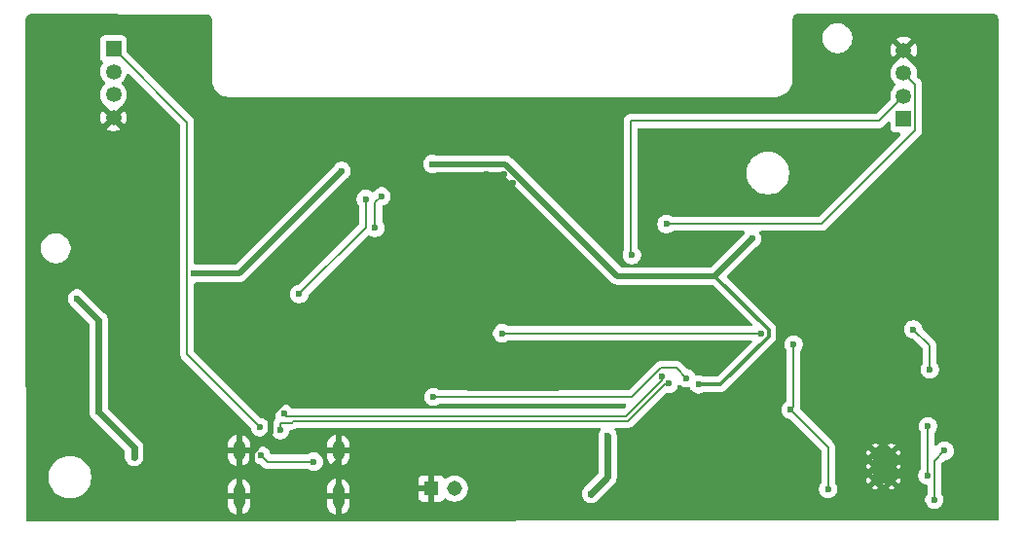
<source format=gbl>
%TF.GenerationSoftware,KiCad,Pcbnew,9.0.4*%
%TF.CreationDate,2025-10-24T17:48:01+05:30*%
%TF.ProjectId,sub_unit,7375625f-756e-4697-942e-6b696361645f,rev?*%
%TF.SameCoordinates,Original*%
%TF.FileFunction,Copper,L2,Bot*%
%TF.FilePolarity,Positive*%
%FSLAX46Y46*%
G04 Gerber Fmt 4.6, Leading zero omitted, Abs format (unit mm)*
G04 Created by KiCad (PCBNEW 9.0.4) date 2025-10-24 17:48:01*
%MOMM*%
%LPD*%
G01*
G04 APERTURE LIST*
%TA.AperFunction,ComponentPad*%
%ADD10R,1.308000X1.308000*%
%TD*%
%TA.AperFunction,ComponentPad*%
%ADD11C,1.308000*%
%TD*%
%TA.AperFunction,HeatsinkPad*%
%ADD12C,0.500000*%
%TD*%
%TA.AperFunction,HeatsinkPad*%
%ADD13R,1.900000X2.900000*%
%TD*%
%TA.AperFunction,HeatsinkPad*%
%ADD14C,0.600000*%
%TD*%
%TA.AperFunction,ComponentPad*%
%ADD15R,1.350000X1.350000*%
%TD*%
%TA.AperFunction,ComponentPad*%
%ADD16C,1.350000*%
%TD*%
%TA.AperFunction,ComponentPad*%
%ADD17O,1.000000X2.200000*%
%TD*%
%TA.AperFunction,ComponentPad*%
%ADD18O,1.000000X1.800000*%
%TD*%
%TA.AperFunction,ViaPad*%
%ADD19C,0.600000*%
%TD*%
%TA.AperFunction,Conductor*%
%ADD20C,0.500000*%
%TD*%
%TA.AperFunction,Conductor*%
%ADD21C,0.200000*%
%TD*%
%TA.AperFunction,Conductor*%
%ADD22C,0.600000*%
%TD*%
%TA.AperFunction,Conductor*%
%ADD23C,0.300000*%
%TD*%
G04 APERTURE END LIST*
D10*
%TO.P,J5,1,1*%
%TO.N,GND*%
X119329200Y-120700800D03*
D11*
%TO.P,J5,2,2*%
%TO.N,/VBAT*%
X121329200Y-120700800D03*
%TD*%
D12*
%TO.P,U2,9,EPAD*%
%TO.N,GND*%
X157938800Y-117582600D03*
X157938800Y-118782600D03*
X157938800Y-119982600D03*
D13*
X158638800Y-118782600D03*
D12*
X159338800Y-117582600D03*
X159338800Y-118782600D03*
X159338800Y-119982600D03*
%TD*%
D14*
%TO.P,U4,39,GND*%
%TO.N,GND*%
X123326600Y-94128200D03*
X123326600Y-95653200D03*
X124089100Y-93365700D03*
X124089100Y-94890700D03*
X124089100Y-96415700D03*
X124851600Y-94128200D03*
X124851600Y-95653200D03*
X125614100Y-93365700D03*
X125614100Y-94890700D03*
X125614100Y-96415700D03*
X126376600Y-94128200D03*
X126376600Y-95653200D03*
%TD*%
D15*
%TO.P,J1,1,Pin_1*%
%TO.N,/VBUS*%
X91666200Y-82420200D03*
D16*
%TO.P,J1,2,Pin_2*%
%TO.N,Net-(J1-Pin_2)*%
X91666200Y-84420200D03*
%TO.P,J1,3,Pin_3*%
%TO.N,Net-(J1-Pin_3)*%
X91666200Y-86420200D03*
%TO.P,J1,4,Pin_4*%
%TO.N,GND*%
X91666200Y-88420200D03*
%TD*%
D17*
%TO.P,J4,SH1,SHIELD1*%
%TO.N,GND*%
X102586000Y-121389600D03*
%TO.P,J4,SH2,SHIELD2*%
X111226000Y-121389600D03*
D18*
%TO.P,J4,SH3,SHIELD3*%
X102586000Y-117389600D03*
%TO.P,J4,SH4,SHIELD4*%
X111226000Y-117389600D03*
%TD*%
D15*
%TO.P,J3,1,Pin_1*%
%TO.N,/VBUS*%
X160401000Y-88550000D03*
D16*
%TO.P,J3,2,Pin_2*%
%TO.N,Net-(J3-Pin_2)*%
X160401000Y-86550000D03*
%TO.P,J3,3,Pin_3*%
%TO.N,Net-(J3-Pin_3)*%
X160401000Y-84550000D03*
%TO.P,J3,4,Pin_4*%
%TO.N,GND*%
X160401000Y-82550000D03*
%TD*%
D19*
%TO.N,GND*%
X115874800Y-109347000D03*
X139979400Y-115468400D03*
X89484200Y-97586800D03*
X119786400Y-109245400D03*
X166827200Y-93243400D03*
X146837400Y-119583200D03*
X151968200Y-116865400D03*
X137050525Y-120577184D03*
X130200400Y-111937800D03*
X156083000Y-105714800D03*
X165328600Y-103936800D03*
X103708200Y-117906800D03*
%TO.N,/VBUS*%
X109093000Y-118364000D03*
X163957000Y-117424200D03*
X104501625Y-117804423D03*
X150825200Y-108153200D03*
X162661600Y-110337600D03*
X153822400Y-120751600D03*
X104419400Y-115366800D03*
X141516100Y-111086900D03*
X119481600Y-112725200D03*
X161239200Y-106854800D03*
X163068000Y-121666000D03*
X150571200Y-113842800D03*
%TO.N,+5V*%
X134645400Y-116154200D03*
X88493600Y-104165400D03*
X93472000Y-117957600D03*
X90373200Y-114020600D03*
X133197600Y-121158000D03*
%TO.N,/ESP_EN*%
X107823000Y-103784400D03*
X113614200Y-95504000D03*
%TO.N,+3.3V*%
X111506000Y-93065600D03*
X119405400Y-92456000D03*
X147218400Y-98958400D03*
X98679000Y-101981000D03*
X142544800Y-111633000D03*
%TO.N,Net-(J3-Pin_2)*%
X136753600Y-100380800D03*
%TO.N,Net-(J3-Pin_3)*%
X139776200Y-97688400D03*
%TO.N,/USB_DN*%
X139975121Y-111577921D03*
X106177038Y-115627218D03*
%TO.N,/USB_DP*%
X106527600Y-114179800D03*
X139374079Y-110976879D03*
%TO.N,/RTS*%
X125476000Y-107188000D03*
X148005800Y-107188000D03*
%TO.N,Net-(U2-~{STDBY})*%
X162509200Y-115265200D03*
X162468000Y-119557800D03*
%TO.N,Net-(U4-IO35)*%
X114427000Y-98018600D03*
X114985800Y-95275400D03*
%TD*%
D20*
%TO.N,GND*%
X157861000Y-103936800D02*
X156083000Y-105714800D01*
X166827200Y-88976200D02*
X166827200Y-93243400D01*
X160401000Y-82550000D02*
X166827200Y-88976200D01*
X115874800Y-109347000D02*
X110298325Y-109347000D01*
X110298325Y-109347000D02*
X105359200Y-114286125D01*
X119786400Y-109245400D02*
X122478800Y-111937800D01*
X105359200Y-114286125D02*
X105359200Y-115884773D01*
X103708200Y-117535773D02*
X103708200Y-117906800D01*
X137050525Y-118397275D02*
X137050525Y-120577184D01*
X91666200Y-88420200D02*
X89484200Y-90602200D01*
X165328600Y-103936800D02*
X157861000Y-103936800D01*
X122478800Y-111937800D02*
X130200400Y-111937800D01*
X149250400Y-119583200D02*
X146837400Y-119583200D01*
X111226000Y-118338600D02*
X111226000Y-121389600D01*
X110184600Y-119380000D02*
X111226000Y-118338600D01*
X151968200Y-116865400D02*
X149250400Y-119583200D01*
X111226000Y-117389600D02*
X111226000Y-118338600D01*
X103708200Y-118719600D02*
X104368600Y-119380000D01*
X89484200Y-90602200D02*
X89484200Y-97586800D01*
X105359200Y-115884773D02*
X103708200Y-117535773D01*
X103708200Y-117906800D02*
X103708200Y-118719600D01*
X139979400Y-115468400D02*
X137050525Y-118397275D01*
X102586000Y-117389600D02*
X102586000Y-121389600D01*
X104368600Y-119380000D02*
X110184600Y-119380000D01*
D21*
%TO.N,/VBUS*%
X140629820Y-110200620D02*
X139300395Y-110200620D01*
X105061202Y-118364000D02*
X109093000Y-118364000D01*
X150825200Y-108153200D02*
X150825200Y-113588800D01*
X136775815Y-112725200D02*
X119481600Y-112725200D01*
X150571200Y-113842800D02*
X153822400Y-117094000D01*
X150825200Y-113588800D02*
X150571200Y-113842800D01*
X98078000Y-88832000D02*
X98078000Y-109025400D01*
X162661600Y-108277200D02*
X162661600Y-110337600D01*
X153822400Y-117094000D02*
X153822400Y-120751600D01*
X104501625Y-117804423D02*
X105061202Y-118364000D01*
X139300395Y-110200620D02*
X136775815Y-112725200D01*
X161239200Y-106854800D02*
X162661600Y-108277200D01*
X163068000Y-118313200D02*
X163957000Y-117424200D01*
X163068000Y-121666000D02*
X163068000Y-118313200D01*
X141516100Y-111086900D02*
X140629820Y-110200620D01*
X98078000Y-109025400D02*
X104419400Y-115366800D01*
X91666200Y-82420200D02*
X98078000Y-88832000D01*
D22*
%TO.N,+5V*%
X93472000Y-117119400D02*
X90373200Y-114020600D01*
X88493600Y-104165400D02*
X90373200Y-106045000D01*
X134645400Y-119710200D02*
X133197600Y-121158000D01*
X134645400Y-116154200D02*
X134645400Y-119710200D01*
X93472000Y-117957600D02*
X93472000Y-117119400D01*
X90373200Y-106045000D02*
X90373200Y-114020600D01*
D21*
%TO.N,/ESP_EN*%
X113614200Y-97993200D02*
X107823000Y-103784400D01*
X113614200Y-95504000D02*
X113614200Y-97993200D01*
D23*
%TO.N,+3.3V*%
X143978200Y-102198600D02*
X148656800Y-106877200D01*
X144481454Y-111633000D02*
X142544800Y-111633000D01*
D20*
X125766475Y-92456000D02*
X135509075Y-102198600D01*
X135509075Y-102198600D02*
X143978200Y-102198600D01*
X143978200Y-102198600D02*
X147218400Y-98958400D01*
X119405400Y-92456000D02*
X125766475Y-92456000D01*
X102590600Y-101981000D02*
X111506000Y-93065600D01*
D23*
X148656800Y-106877200D02*
X148656800Y-107457654D01*
D20*
X98679000Y-101981000D02*
X102590600Y-101981000D01*
D23*
X148656800Y-107457654D02*
X144481454Y-111633000D01*
D21*
%TO.N,Net-(J3-Pin_2)*%
X158228800Y-88722200D02*
X160401000Y-86550000D01*
X136626600Y-100253800D02*
X136626600Y-88722200D01*
X136753600Y-100380800D02*
X136626600Y-100253800D01*
X136626600Y-88722200D02*
X158228800Y-88722200D01*
%TO.N,Net-(J3-Pin_3)*%
X161377000Y-85526000D02*
X161377000Y-89526000D01*
X161377000Y-89526000D02*
X153214600Y-97688400D01*
X153214600Y-97688400D02*
X139776200Y-97688400D01*
X160401000Y-84550000D02*
X161377000Y-85526000D01*
%TO.N,/USB_DN*%
X106197400Y-114985800D02*
X106197400Y-115606856D01*
X106197400Y-114985800D02*
X107156599Y-114985800D01*
X136440398Y-114829801D02*
X139692278Y-111577921D01*
X106197400Y-115606856D02*
X106177038Y-115627218D01*
X139692278Y-111577921D02*
X139975121Y-111577921D01*
X107312598Y-114829801D02*
X136440398Y-114829801D01*
X107156599Y-114985800D02*
X107312598Y-114829801D01*
%TO.N,/USB_DP*%
X136254002Y-114379799D02*
X106727599Y-114379799D01*
X139374079Y-110976879D02*
X139374079Y-111259722D01*
X139374079Y-111259722D02*
X136254002Y-114379799D01*
X106727599Y-114379799D02*
X106527600Y-114179800D01*
%TO.N,/RTS*%
X125476000Y-107188000D02*
X148005800Y-107188000D01*
%TO.N,Net-(U2-~{STDBY})*%
X162509200Y-115265200D02*
X162509200Y-119516600D01*
X162509200Y-119516600D02*
X162468000Y-119557800D01*
%TO.N,Net-(U4-IO35)*%
X114427000Y-95834200D02*
X114985800Y-95275400D01*
X114427000Y-98018600D02*
X114427000Y-95834200D01*
%TD*%
%TA.AperFunction,Conductor*%
%TO.N,GND*%
G36*
X168098688Y-79392903D02*
G01*
X168157631Y-79392900D01*
X168171495Y-79393678D01*
X168261814Y-79403848D01*
X168288874Y-79410021D01*
X168368056Y-79437714D01*
X168393066Y-79449752D01*
X168464101Y-79494364D01*
X168485808Y-79511665D01*
X168545142Y-79570963D01*
X168562456Y-79592660D01*
X168607109Y-79663666D01*
X168619164Y-79688671D01*
X168646903Y-79767833D01*
X168653092Y-79794891D01*
X168663270Y-79884800D01*
X168664057Y-79898678D01*
X168688548Y-123391374D01*
X168668901Y-123458425D01*
X168616123Y-123504209D01*
X168564584Y-123515444D01*
X84164784Y-123539954D01*
X84097739Y-123520289D01*
X84051969Y-123467498D01*
X84040748Y-123416024D01*
X84040491Y-122959462D01*
X84038595Y-119588911D01*
X86033500Y-119588911D01*
X86033500Y-119831488D01*
X86065161Y-120071985D01*
X86127947Y-120306304D01*
X86220773Y-120530405D01*
X86220777Y-120530414D01*
X86242974Y-120568861D01*
X86342064Y-120740489D01*
X86342066Y-120740492D01*
X86342067Y-120740493D01*
X86489733Y-120932936D01*
X86489739Y-120932943D01*
X86661256Y-121104460D01*
X86661263Y-121104466D01*
X86728047Y-121155711D01*
X86853711Y-121252136D01*
X87063788Y-121373424D01*
X87206406Y-121432498D01*
X87275191Y-121460990D01*
X87287900Y-121466254D01*
X87522211Y-121529038D01*
X87697380Y-121552099D01*
X87762711Y-121560700D01*
X87762712Y-121560700D01*
X88005289Y-121560700D01*
X88053388Y-121554367D01*
X88245789Y-121529038D01*
X88480100Y-121466254D01*
X88704212Y-121373424D01*
X88914289Y-121252136D01*
X89106738Y-121104465D01*
X89278265Y-120932938D01*
X89425936Y-120740489D01*
X89454448Y-120691104D01*
X101586000Y-120691104D01*
X101586000Y-121139600D01*
X102286000Y-121139600D01*
X102286000Y-121639600D01*
X101586000Y-121639600D01*
X101586000Y-122088095D01*
X101624427Y-122281281D01*
X101624430Y-122281293D01*
X101699807Y-122463271D01*
X101699814Y-122463284D01*
X101809248Y-122627062D01*
X101809251Y-122627066D01*
X101948533Y-122766348D01*
X101948537Y-122766351D01*
X102112315Y-122875785D01*
X102112328Y-122875792D01*
X102294308Y-122951169D01*
X102336000Y-122959462D01*
X102336000Y-122156588D01*
X102345940Y-122173805D01*
X102401795Y-122229660D01*
X102470204Y-122269156D01*
X102546504Y-122289600D01*
X102625496Y-122289600D01*
X102701796Y-122269156D01*
X102770205Y-122229660D01*
X102826060Y-122173805D01*
X102836000Y-122156588D01*
X102836000Y-122959462D01*
X102877690Y-122951169D01*
X102877692Y-122951169D01*
X103059671Y-122875792D01*
X103059684Y-122875785D01*
X103223462Y-122766351D01*
X103223466Y-122766348D01*
X103362748Y-122627066D01*
X103362751Y-122627062D01*
X103472185Y-122463284D01*
X103472192Y-122463271D01*
X103547569Y-122281293D01*
X103547572Y-122281281D01*
X103585999Y-122088095D01*
X103586000Y-122088092D01*
X103586000Y-121639600D01*
X102886000Y-121639600D01*
X102886000Y-121139600D01*
X103586000Y-121139600D01*
X103586000Y-120691108D01*
X103585999Y-120691104D01*
X110226000Y-120691104D01*
X110226000Y-121139600D01*
X110926000Y-121139600D01*
X110926000Y-121639600D01*
X110226000Y-121639600D01*
X110226000Y-122088095D01*
X110264427Y-122281281D01*
X110264430Y-122281293D01*
X110339807Y-122463271D01*
X110339814Y-122463284D01*
X110449248Y-122627062D01*
X110449251Y-122627066D01*
X110588533Y-122766348D01*
X110588537Y-122766351D01*
X110752315Y-122875785D01*
X110752328Y-122875792D01*
X110934308Y-122951169D01*
X110976000Y-122959462D01*
X110976000Y-122156588D01*
X110985940Y-122173805D01*
X111041795Y-122229660D01*
X111110204Y-122269156D01*
X111186504Y-122289600D01*
X111265496Y-122289600D01*
X111341796Y-122269156D01*
X111410205Y-122229660D01*
X111466060Y-122173805D01*
X111476000Y-122156588D01*
X111476000Y-122959462D01*
X111517690Y-122951169D01*
X111517692Y-122951169D01*
X111699671Y-122875792D01*
X111699684Y-122875785D01*
X111863462Y-122766351D01*
X111863466Y-122766348D01*
X112002748Y-122627066D01*
X112002751Y-122627062D01*
X112112185Y-122463284D01*
X112112192Y-122463271D01*
X112187569Y-122281293D01*
X112187572Y-122281281D01*
X112225999Y-122088095D01*
X112226000Y-122088092D01*
X112226000Y-121639600D01*
X111526000Y-121639600D01*
X111526000Y-121139600D01*
X112226000Y-121139600D01*
X112226000Y-120691108D01*
X112225999Y-120691104D01*
X112187572Y-120497918D01*
X112187569Y-120497906D01*
X112112192Y-120315928D01*
X112112185Y-120315915D01*
X112002751Y-120152137D01*
X112002748Y-120152133D01*
X111863466Y-120012851D01*
X111863462Y-120012848D01*
X111842670Y-119998955D01*
X118175200Y-119998955D01*
X118175200Y-120450800D01*
X119013514Y-120450800D01*
X119009120Y-120455194D01*
X118956459Y-120546406D01*
X118929200Y-120648139D01*
X118929200Y-120753461D01*
X118956459Y-120855194D01*
X119009120Y-120946406D01*
X119013514Y-120950800D01*
X118175200Y-120950800D01*
X118175200Y-121402644D01*
X118181601Y-121462172D01*
X118181603Y-121462179D01*
X118231845Y-121596886D01*
X118231849Y-121596893D01*
X118318009Y-121711987D01*
X118318012Y-121711990D01*
X118433106Y-121798150D01*
X118433113Y-121798154D01*
X118567820Y-121848396D01*
X118567827Y-121848398D01*
X118627355Y-121854799D01*
X118627372Y-121854800D01*
X119079200Y-121854800D01*
X119079200Y-121016486D01*
X119083594Y-121020880D01*
X119174806Y-121073541D01*
X119276539Y-121100800D01*
X119381861Y-121100800D01*
X119483594Y-121073541D01*
X119574806Y-121020880D01*
X119579200Y-121016486D01*
X119579200Y-121854800D01*
X120031028Y-121854800D01*
X120031044Y-121854799D01*
X120090572Y-121848398D01*
X120090579Y-121848396D01*
X120225286Y-121798154D01*
X120225293Y-121798150D01*
X120340386Y-121711990D01*
X120413838Y-121613873D01*
X120469772Y-121572002D01*
X120539464Y-121567018D01*
X120585987Y-121587864D01*
X120724110Y-121688217D01*
X120886026Y-121770717D01*
X120886028Y-121770718D01*
X121047229Y-121823094D01*
X121058854Y-121826872D01*
X121238339Y-121855300D01*
X121238340Y-121855300D01*
X121420060Y-121855300D01*
X121420061Y-121855300D01*
X121599546Y-121826872D01*
X121599549Y-121826871D01*
X121599550Y-121826871D01*
X121772371Y-121770718D01*
X121772371Y-121770717D01*
X121772374Y-121770717D01*
X121934290Y-121688217D01*
X122081306Y-121581403D01*
X122209803Y-121452906D01*
X122316617Y-121305890D01*
X122399117Y-121143974D01*
X122455272Y-120971146D01*
X122483700Y-120791661D01*
X122483700Y-120609939D01*
X122455272Y-120430454D01*
X122455271Y-120430450D01*
X122455271Y-120430449D01*
X122399118Y-120257628D01*
X122399116Y-120257625D01*
X122390506Y-120240725D01*
X122316617Y-120095710D01*
X122209803Y-119948694D01*
X122081306Y-119820197D01*
X121934290Y-119713383D01*
X121772374Y-119630883D01*
X121772371Y-119630881D01*
X121599548Y-119574728D01*
X121463644Y-119553203D01*
X121420061Y-119546300D01*
X121238339Y-119546300D01*
X121194756Y-119553203D01*
X121058852Y-119574728D01*
X121058849Y-119574728D01*
X120886028Y-119630881D01*
X120886025Y-119630883D01*
X120724109Y-119713383D01*
X120585991Y-119813733D01*
X120520184Y-119837213D01*
X120452130Y-119821388D01*
X120413839Y-119787727D01*
X120340387Y-119689609D01*
X120225293Y-119603449D01*
X120225286Y-119603445D01*
X120090579Y-119553203D01*
X120090572Y-119553201D01*
X120031044Y-119546800D01*
X119579200Y-119546800D01*
X119579200Y-120385114D01*
X119574806Y-120380720D01*
X119483594Y-120328059D01*
X119381861Y-120300800D01*
X119276539Y-120300800D01*
X119174806Y-120328059D01*
X119083594Y-120380720D01*
X119079200Y-120385114D01*
X119079200Y-119546800D01*
X118627355Y-119546800D01*
X118567827Y-119553201D01*
X118567820Y-119553203D01*
X118433113Y-119603445D01*
X118433106Y-119603449D01*
X118318012Y-119689609D01*
X118318009Y-119689612D01*
X118231849Y-119804706D01*
X118231845Y-119804713D01*
X118181603Y-119939420D01*
X118181601Y-119939427D01*
X118175200Y-119998955D01*
X111842670Y-119998955D01*
X111699684Y-119903414D01*
X111699671Y-119903407D01*
X111517691Y-119828029D01*
X111517683Y-119828027D01*
X111476000Y-119819735D01*
X111476000Y-120622611D01*
X111466060Y-120605395D01*
X111410205Y-120549540D01*
X111341796Y-120510044D01*
X111265496Y-120489600D01*
X111186504Y-120489600D01*
X111110204Y-120510044D01*
X111041795Y-120549540D01*
X110985940Y-120605395D01*
X110976000Y-120622611D01*
X110976000Y-119819736D01*
X110975999Y-119819735D01*
X110934316Y-119828027D01*
X110934308Y-119828029D01*
X110752328Y-119903407D01*
X110752315Y-119903414D01*
X110588537Y-120012848D01*
X110588533Y-120012851D01*
X110449251Y-120152133D01*
X110449248Y-120152137D01*
X110339814Y-120315915D01*
X110339807Y-120315928D01*
X110264430Y-120497906D01*
X110264427Y-120497918D01*
X110226000Y-120691104D01*
X103585999Y-120691104D01*
X103547572Y-120497918D01*
X103547569Y-120497906D01*
X103472192Y-120315928D01*
X103472185Y-120315915D01*
X103362751Y-120152137D01*
X103362748Y-120152133D01*
X103223466Y-120012851D01*
X103223462Y-120012848D01*
X103059684Y-119903414D01*
X103059671Y-119903407D01*
X102877691Y-119828029D01*
X102877683Y-119828027D01*
X102836000Y-119819735D01*
X102836000Y-120622611D01*
X102826060Y-120605395D01*
X102770205Y-120549540D01*
X102701796Y-120510044D01*
X102625496Y-120489600D01*
X102546504Y-120489600D01*
X102470204Y-120510044D01*
X102401795Y-120549540D01*
X102345940Y-120605395D01*
X102336000Y-120622611D01*
X102336000Y-119819736D01*
X102335999Y-119819735D01*
X102294316Y-119828027D01*
X102294308Y-119828029D01*
X102112328Y-119903407D01*
X102112315Y-119903414D01*
X101948537Y-120012848D01*
X101948533Y-120012851D01*
X101809251Y-120152133D01*
X101809248Y-120152137D01*
X101699814Y-120315915D01*
X101699807Y-120315928D01*
X101624430Y-120497906D01*
X101624427Y-120497918D01*
X101586000Y-120691104D01*
X89454448Y-120691104D01*
X89547224Y-120530412D01*
X89640054Y-120306300D01*
X89702838Y-120071989D01*
X89734500Y-119831488D01*
X89734500Y-119588912D01*
X89702838Y-119348411D01*
X89640054Y-119114100D01*
X89547224Y-118889988D01*
X89425936Y-118679911D01*
X89278265Y-118487462D01*
X89278260Y-118487456D01*
X89106743Y-118315939D01*
X89106736Y-118315933D01*
X88914293Y-118168267D01*
X88914292Y-118168266D01*
X88914289Y-118168264D01*
X88704212Y-118046976D01*
X88682349Y-118037920D01*
X88480104Y-117954147D01*
X88245785Y-117891361D01*
X88005289Y-117859700D01*
X88005288Y-117859700D01*
X87762712Y-117859700D01*
X87762711Y-117859700D01*
X87522214Y-117891361D01*
X87287895Y-117954147D01*
X87063794Y-118046973D01*
X87063785Y-118046977D01*
X86853706Y-118168267D01*
X86661263Y-118315933D01*
X86661256Y-118315939D01*
X86489739Y-118487456D01*
X86489733Y-118487463D01*
X86342067Y-118679906D01*
X86220777Y-118889985D01*
X86220773Y-118889994D01*
X86127947Y-119114095D01*
X86065161Y-119348414D01*
X86033500Y-119588911D01*
X84038595Y-119588911D01*
X84029872Y-104086553D01*
X87693100Y-104086553D01*
X87693100Y-104244246D01*
X87723861Y-104398889D01*
X87723864Y-104398901D01*
X87784202Y-104544572D01*
X87784209Y-104544585D01*
X87871810Y-104675688D01*
X87871813Y-104675692D01*
X89536381Y-106340259D01*
X89569866Y-106401582D01*
X89572700Y-106427940D01*
X89572700Y-114099446D01*
X89603461Y-114254089D01*
X89603464Y-114254101D01*
X89663802Y-114399772D01*
X89663809Y-114399785D01*
X89751410Y-114530888D01*
X89751413Y-114530892D01*
X92635181Y-117414659D01*
X92668666Y-117475982D01*
X92671500Y-117502340D01*
X92671500Y-118036446D01*
X92702261Y-118191089D01*
X92702264Y-118191101D01*
X92762602Y-118336772D01*
X92762609Y-118336785D01*
X92850210Y-118467888D01*
X92850213Y-118467892D01*
X92961707Y-118579386D01*
X92961711Y-118579389D01*
X93092814Y-118666990D01*
X93092827Y-118666997D01*
X93238498Y-118727335D01*
X93238503Y-118727337D01*
X93358314Y-118751169D01*
X93393153Y-118758099D01*
X93393156Y-118758100D01*
X93393158Y-118758100D01*
X93550844Y-118758100D01*
X93550845Y-118758099D01*
X93705497Y-118727337D01*
X93829939Y-118675792D01*
X93851172Y-118666997D01*
X93851172Y-118666996D01*
X93851179Y-118666994D01*
X93982289Y-118579389D01*
X94093789Y-118467889D01*
X94181394Y-118336779D01*
X94241737Y-118191097D01*
X94272500Y-118036442D01*
X94272500Y-117040558D01*
X94272500Y-117040555D01*
X94246373Y-116909209D01*
X94246373Y-116909208D01*
X94242772Y-116891108D01*
X94242771Y-116891104D01*
X101586000Y-116891104D01*
X101586000Y-117139600D01*
X102286000Y-117139600D01*
X102286000Y-117639600D01*
X101586000Y-117639600D01*
X101586000Y-117888095D01*
X101624427Y-118081281D01*
X101624430Y-118081293D01*
X101699807Y-118263271D01*
X101699814Y-118263284D01*
X101809248Y-118427062D01*
X101809251Y-118427066D01*
X101948533Y-118566348D01*
X101948537Y-118566351D01*
X102112315Y-118675785D01*
X102112328Y-118675792D01*
X102294308Y-118751169D01*
X102336000Y-118759462D01*
X102336000Y-117956588D01*
X102345940Y-117973805D01*
X102401795Y-118029660D01*
X102470204Y-118069156D01*
X102546504Y-118089600D01*
X102625496Y-118089600D01*
X102701796Y-118069156D01*
X102770205Y-118029660D01*
X102826060Y-117973805D01*
X102836000Y-117956588D01*
X102836000Y-118759462D01*
X102877690Y-118751169D01*
X102877692Y-118751169D01*
X103059671Y-118675792D01*
X103059684Y-118675785D01*
X103223462Y-118566351D01*
X103223466Y-118566348D01*
X103362748Y-118427066D01*
X103362751Y-118427062D01*
X103472185Y-118263284D01*
X103472192Y-118263271D01*
X103534150Y-118113690D01*
X103577990Y-118059286D01*
X103644284Y-118037221D01*
X103711984Y-118054500D01*
X103759595Y-118105637D01*
X103763272Y-118113689D01*
X103792229Y-118183599D01*
X103792234Y-118183608D01*
X103879835Y-118314711D01*
X103879838Y-118314715D01*
X103991332Y-118426209D01*
X103991336Y-118426212D01*
X104122439Y-118513813D01*
X104122452Y-118513820D01*
X104238614Y-118561935D01*
X104268128Y-118574160D01*
X104332772Y-118587018D01*
X104423474Y-118605061D01*
X104440230Y-118613825D01*
X104458710Y-118617846D01*
X104483748Y-118636590D01*
X104485385Y-118637446D01*
X104486964Y-118638997D01*
X104576341Y-118728374D01*
X104576351Y-118728385D01*
X104580681Y-118732715D01*
X104580682Y-118732716D01*
X104692486Y-118844520D01*
X104692488Y-118844521D01*
X104692492Y-118844524D01*
X104771250Y-118889994D01*
X104829418Y-118923577D01*
X104941221Y-118953534D01*
X104982144Y-118964500D01*
X104982145Y-118964500D01*
X108513234Y-118964500D01*
X108580273Y-118984185D01*
X108582125Y-118985398D01*
X108713814Y-119073390D01*
X108713827Y-119073397D01*
X108859498Y-119133735D01*
X108859503Y-119133737D01*
X109014153Y-119164499D01*
X109014156Y-119164500D01*
X109014158Y-119164500D01*
X109171844Y-119164500D01*
X109171845Y-119164499D01*
X109326497Y-119133737D01*
X109472179Y-119073394D01*
X109603289Y-118985789D01*
X109714789Y-118874289D01*
X109802394Y-118743179D01*
X109862737Y-118597497D01*
X109893500Y-118442842D01*
X109893500Y-118285158D01*
X109893500Y-118285155D01*
X109893499Y-118285153D01*
X109881591Y-118225289D01*
X109862737Y-118130503D01*
X109855773Y-118113690D01*
X109802397Y-117984827D01*
X109802390Y-117984814D01*
X109714789Y-117853711D01*
X109714786Y-117853707D01*
X109603292Y-117742213D01*
X109603288Y-117742210D01*
X109527156Y-117691340D01*
X109472185Y-117654609D01*
X109472172Y-117654602D01*
X109326501Y-117594264D01*
X109326489Y-117594261D01*
X109171845Y-117563500D01*
X109171842Y-117563500D01*
X109014158Y-117563500D01*
X109014155Y-117563500D01*
X108859510Y-117594261D01*
X108859498Y-117594264D01*
X108713827Y-117654602D01*
X108713814Y-117654609D01*
X108582125Y-117742602D01*
X108515447Y-117763480D01*
X108513234Y-117763500D01*
X105411432Y-117763500D01*
X105344393Y-117743815D01*
X105298638Y-117691011D01*
X105289815Y-117663692D01*
X105271363Y-117570931D01*
X105271362Y-117570930D01*
X105271362Y-117570926D01*
X105268101Y-117563052D01*
X105211022Y-117425250D01*
X105211015Y-117425237D01*
X105123414Y-117294134D01*
X105123411Y-117294130D01*
X105011917Y-117182636D01*
X105011913Y-117182633D01*
X104880810Y-117095032D01*
X104880797Y-117095025D01*
X104735126Y-117034687D01*
X104735114Y-117034684D01*
X104594099Y-117006634D01*
X104594098Y-117006634D01*
X104580469Y-117003923D01*
X104580467Y-117003923D01*
X104422783Y-117003923D01*
X104422780Y-117003923D01*
X104268135Y-117034684D01*
X104268123Y-117034687D01*
X104122452Y-117095025D01*
X104122439Y-117095032D01*
X103991336Y-117182633D01*
X103991332Y-117182636D01*
X103879838Y-117294130D01*
X103879835Y-117294134D01*
X103792234Y-117425237D01*
X103792227Y-117425250D01*
X103735149Y-117563052D01*
X103691308Y-117617456D01*
X103625014Y-117639521D01*
X103620588Y-117639600D01*
X102886000Y-117639600D01*
X102886000Y-117139600D01*
X103586000Y-117139600D01*
X103586000Y-116891108D01*
X103585999Y-116891104D01*
X110226000Y-116891104D01*
X110226000Y-117139600D01*
X110926000Y-117139600D01*
X110926000Y-117639600D01*
X110226000Y-117639600D01*
X110226000Y-117888095D01*
X110264427Y-118081281D01*
X110264430Y-118081293D01*
X110339807Y-118263271D01*
X110339814Y-118263284D01*
X110449248Y-118427062D01*
X110449251Y-118427066D01*
X110588533Y-118566348D01*
X110588537Y-118566351D01*
X110752315Y-118675785D01*
X110752328Y-118675792D01*
X110934308Y-118751169D01*
X110976000Y-118759462D01*
X110976000Y-117956588D01*
X110985940Y-117973805D01*
X111041795Y-118029660D01*
X111110204Y-118069156D01*
X111186504Y-118089600D01*
X111265496Y-118089600D01*
X111341796Y-118069156D01*
X111410205Y-118029660D01*
X111466060Y-117973805D01*
X111476000Y-117956588D01*
X111476000Y-118759462D01*
X111517690Y-118751169D01*
X111517692Y-118751169D01*
X111699671Y-118675792D01*
X111699684Y-118675785D01*
X111863462Y-118566351D01*
X111863466Y-118566348D01*
X112002748Y-118427066D01*
X112002751Y-118427062D01*
X112112185Y-118263284D01*
X112112192Y-118263271D01*
X112187569Y-118081293D01*
X112187572Y-118081281D01*
X112225999Y-117888095D01*
X112226000Y-117888092D01*
X112226000Y-117639600D01*
X111526000Y-117639600D01*
X111526000Y-117139600D01*
X112226000Y-117139600D01*
X112226000Y-116891108D01*
X112225999Y-116891104D01*
X112187572Y-116697918D01*
X112187569Y-116697906D01*
X112112192Y-116515928D01*
X112112185Y-116515915D01*
X112002751Y-116352137D01*
X112002748Y-116352133D01*
X111863466Y-116212851D01*
X111863462Y-116212848D01*
X111699684Y-116103414D01*
X111699671Y-116103407D01*
X111517691Y-116028029D01*
X111517683Y-116028027D01*
X111476000Y-116019735D01*
X111476000Y-116822611D01*
X111466060Y-116805395D01*
X111410205Y-116749540D01*
X111341796Y-116710044D01*
X111265496Y-116689600D01*
X111186504Y-116689600D01*
X111110204Y-116710044D01*
X111041795Y-116749540D01*
X110985940Y-116805395D01*
X110976000Y-116822611D01*
X110976000Y-116019736D01*
X110975999Y-116019735D01*
X110934316Y-116028027D01*
X110934308Y-116028029D01*
X110752328Y-116103407D01*
X110752315Y-116103414D01*
X110588537Y-116212848D01*
X110588533Y-116212851D01*
X110449251Y-116352133D01*
X110449248Y-116352137D01*
X110339814Y-116515915D01*
X110339807Y-116515928D01*
X110264430Y-116697906D01*
X110264427Y-116697918D01*
X110226000Y-116891104D01*
X103585999Y-116891104D01*
X103547572Y-116697918D01*
X103547569Y-116697906D01*
X103472192Y-116515928D01*
X103472185Y-116515915D01*
X103362751Y-116352137D01*
X103362748Y-116352133D01*
X103223466Y-116212851D01*
X103223462Y-116212848D01*
X103059684Y-116103414D01*
X103059671Y-116103407D01*
X102877691Y-116028029D01*
X102877683Y-116028027D01*
X102836000Y-116019735D01*
X102836000Y-116822611D01*
X102826060Y-116805395D01*
X102770205Y-116749540D01*
X102701796Y-116710044D01*
X102625496Y-116689600D01*
X102546504Y-116689600D01*
X102470204Y-116710044D01*
X102401795Y-116749540D01*
X102345940Y-116805395D01*
X102336000Y-116822611D01*
X102336000Y-116019736D01*
X102335999Y-116019735D01*
X102294316Y-116028027D01*
X102294308Y-116028029D01*
X102112328Y-116103407D01*
X102112315Y-116103414D01*
X101948537Y-116212848D01*
X101948533Y-116212851D01*
X101809251Y-116352133D01*
X101809248Y-116352137D01*
X101699814Y-116515915D01*
X101699807Y-116515928D01*
X101624430Y-116697906D01*
X101624427Y-116697918D01*
X101586000Y-116891104D01*
X94242771Y-116891104D01*
X94241737Y-116885903D01*
X94237401Y-116875435D01*
X94181397Y-116740227D01*
X94181390Y-116740214D01*
X94093790Y-116609112D01*
X94093789Y-116609111D01*
X93982289Y-116497611D01*
X91210019Y-113725341D01*
X91176534Y-113664018D01*
X91173700Y-113637660D01*
X91173700Y-105966155D01*
X91173699Y-105966153D01*
X91142938Y-105811510D01*
X91142937Y-105811503D01*
X91142935Y-105811498D01*
X91082597Y-105665827D01*
X91082590Y-105665814D01*
X90994990Y-105534712D01*
X90994989Y-105534711D01*
X90883489Y-105423211D01*
X89954068Y-104493790D01*
X89003892Y-103543613D01*
X89003888Y-103543610D01*
X88872785Y-103456009D01*
X88872772Y-103456002D01*
X88727101Y-103395664D01*
X88727089Y-103395661D01*
X88572445Y-103364900D01*
X88572442Y-103364900D01*
X88414758Y-103364900D01*
X88414755Y-103364900D01*
X88260110Y-103395661D01*
X88260098Y-103395664D01*
X88114427Y-103456002D01*
X88114414Y-103456009D01*
X87983311Y-103543610D01*
X87983307Y-103543613D01*
X87871813Y-103655107D01*
X87871810Y-103655111D01*
X87784209Y-103786214D01*
X87784202Y-103786227D01*
X87723864Y-103931898D01*
X87723861Y-103931910D01*
X87693100Y-104086553D01*
X84029872Y-104086553D01*
X84027401Y-99694248D01*
X85338900Y-99694248D01*
X85338900Y-99898951D01*
X85370922Y-100101134D01*
X85434181Y-100295823D01*
X85527115Y-100478213D01*
X85647428Y-100643813D01*
X85792186Y-100788571D01*
X85933293Y-100891089D01*
X85957790Y-100908887D01*
X86074007Y-100968103D01*
X86140176Y-101001818D01*
X86140178Y-101001818D01*
X86140181Y-101001820D01*
X86244537Y-101035727D01*
X86334865Y-101065077D01*
X86435957Y-101081088D01*
X86537048Y-101097100D01*
X86537049Y-101097100D01*
X86741751Y-101097100D01*
X86741752Y-101097100D01*
X86943934Y-101065077D01*
X87138619Y-101001820D01*
X87321010Y-100908887D01*
X87413990Y-100841332D01*
X87486613Y-100788571D01*
X87486615Y-100788568D01*
X87486619Y-100788566D01*
X87631366Y-100643819D01*
X87631368Y-100643815D01*
X87631371Y-100643813D01*
X87684132Y-100571190D01*
X87751687Y-100478210D01*
X87844620Y-100295819D01*
X87907877Y-100101134D01*
X87939900Y-99898952D01*
X87939900Y-99694248D01*
X87937262Y-99677590D01*
X87907877Y-99492065D01*
X87844618Y-99297376D01*
X87790869Y-99191889D01*
X87751687Y-99114990D01*
X87743956Y-99104349D01*
X87631371Y-98949386D01*
X87486613Y-98804628D01*
X87321013Y-98684315D01*
X87321012Y-98684314D01*
X87321010Y-98684313D01*
X87264053Y-98655291D01*
X87138623Y-98591381D01*
X86943934Y-98528122D01*
X86769395Y-98500478D01*
X86741752Y-98496100D01*
X86537048Y-98496100D01*
X86512729Y-98499951D01*
X86334865Y-98528122D01*
X86140176Y-98591381D01*
X85957786Y-98684315D01*
X85792186Y-98804628D01*
X85647428Y-98949386D01*
X85527115Y-99114986D01*
X85434181Y-99297376D01*
X85370922Y-99492065D01*
X85338900Y-99694248D01*
X84027401Y-99694248D01*
X84017275Y-81697335D01*
X90490700Y-81697335D01*
X90490700Y-83143070D01*
X90490701Y-83143076D01*
X90497108Y-83202683D01*
X90547402Y-83337528D01*
X90547406Y-83337535D01*
X90633652Y-83452744D01*
X90633653Y-83452744D01*
X90633654Y-83452746D01*
X90644174Y-83460621D01*
X90718739Y-83516441D01*
X90760609Y-83572375D01*
X90765593Y-83642067D01*
X90744745Y-83688592D01*
X90660824Y-83804100D01*
X90576820Y-83968964D01*
X90576819Y-83968967D01*
X90519645Y-84144934D01*
X90490700Y-84327686D01*
X90490700Y-84512713D01*
X90519645Y-84695465D01*
X90576819Y-84871432D01*
X90576820Y-84871435D01*
X90660822Y-85036296D01*
X90769579Y-85185987D01*
X90900413Y-85316821D01*
X90904621Y-85319878D01*
X90904632Y-85319886D01*
X90947294Y-85375219D01*
X90953269Y-85444833D01*
X90920659Y-85506626D01*
X90904632Y-85520514D01*
X90900410Y-85523581D01*
X90769581Y-85654410D01*
X90769581Y-85654411D01*
X90769579Y-85654413D01*
X90765098Y-85660581D01*
X90660822Y-85804103D01*
X90576820Y-85968964D01*
X90576819Y-85968967D01*
X90519645Y-86144934D01*
X90490700Y-86327686D01*
X90490700Y-86512713D01*
X90519645Y-86695465D01*
X90576819Y-86871432D01*
X90576820Y-86871435D01*
X90660822Y-87036296D01*
X90769579Y-87185987D01*
X90900413Y-87316821D01*
X90900416Y-87316823D01*
X90975031Y-87371034D01*
X90990006Y-87390454D01*
X91619754Y-88020200D01*
X91613539Y-88020200D01*
X91511806Y-88047459D01*
X91420594Y-88100120D01*
X91346120Y-88174594D01*
X91293459Y-88265806D01*
X91266200Y-88367539D01*
X91266200Y-88373753D01*
X90676215Y-87783768D01*
X90661249Y-87804367D01*
X90577284Y-87969156D01*
X90577283Y-87969159D01*
X90520133Y-88145052D01*
X90491200Y-88327726D01*
X90491200Y-88512673D01*
X90520133Y-88695347D01*
X90577283Y-88871240D01*
X90577284Y-88871243D01*
X90661250Y-89036034D01*
X90676215Y-89056630D01*
X90676216Y-89056631D01*
X91266200Y-88466647D01*
X91266200Y-88472861D01*
X91293459Y-88574594D01*
X91346120Y-88665806D01*
X91420594Y-88740280D01*
X91511806Y-88792941D01*
X91613539Y-88820200D01*
X91619753Y-88820200D01*
X91029768Y-89410183D01*
X91029768Y-89410184D01*
X91050365Y-89425149D01*
X91215156Y-89509115D01*
X91215159Y-89509116D01*
X91391052Y-89566266D01*
X91573727Y-89595200D01*
X91758673Y-89595200D01*
X91941347Y-89566266D01*
X92117240Y-89509116D01*
X92117243Y-89509115D01*
X92282036Y-89425147D01*
X92282045Y-89425142D01*
X92302630Y-89410184D01*
X92302631Y-89410183D01*
X91712648Y-88820200D01*
X91718861Y-88820200D01*
X91820594Y-88792941D01*
X91911806Y-88740280D01*
X91986280Y-88665806D01*
X92038941Y-88574594D01*
X92066200Y-88472861D01*
X92066200Y-88466648D01*
X92656183Y-89056631D01*
X92656184Y-89056630D01*
X92671142Y-89036045D01*
X92671147Y-89036036D01*
X92755115Y-88871243D01*
X92755116Y-88871240D01*
X92812266Y-88695347D01*
X92841200Y-88512673D01*
X92841200Y-88327726D01*
X92812266Y-88145052D01*
X92755116Y-87969159D01*
X92755115Y-87969156D01*
X92671149Y-87804365D01*
X92656183Y-87783768D01*
X92066200Y-88373751D01*
X92066200Y-88367539D01*
X92038941Y-88265806D01*
X91986280Y-88174594D01*
X91911806Y-88100120D01*
X91820594Y-88047459D01*
X91718861Y-88020200D01*
X91712647Y-88020200D01*
X92326875Y-87405971D01*
X92357365Y-87371036D01*
X92431987Y-87316821D01*
X92562821Y-87185987D01*
X92671578Y-87036296D01*
X92755579Y-86871435D01*
X92812755Y-86695464D01*
X92841700Y-86512714D01*
X92841700Y-86327686D01*
X92812755Y-86144936D01*
X92777081Y-86035141D01*
X92755580Y-85968967D01*
X92755579Y-85968964D01*
X92671577Y-85804103D01*
X92657126Y-85784213D01*
X92562821Y-85654413D01*
X92431987Y-85523579D01*
X92427776Y-85520519D01*
X92385109Y-85465194D01*
X92379126Y-85395581D01*
X92411729Y-85333785D01*
X92427770Y-85319884D01*
X92431987Y-85316821D01*
X92562821Y-85185987D01*
X92671578Y-85036296D01*
X92755579Y-84871435D01*
X92812755Y-84695464D01*
X92812894Y-84694585D01*
X92813040Y-84694276D01*
X92813891Y-84690733D01*
X92814634Y-84690911D01*
X92842810Y-84631450D01*
X92902115Y-84594508D01*
X92971978Y-84595493D01*
X93023050Y-84626285D01*
X97441181Y-89044416D01*
X97474666Y-89105739D01*
X97477500Y-89132097D01*
X97477500Y-108938730D01*
X97477499Y-108938748D01*
X97477499Y-109104454D01*
X97477498Y-109104454D01*
X97518423Y-109257185D01*
X97547358Y-109307300D01*
X97547359Y-109307304D01*
X97547360Y-109307304D01*
X97597479Y-109394114D01*
X97597481Y-109394117D01*
X97716349Y-109512985D01*
X97716355Y-109512990D01*
X103584825Y-115381460D01*
X103618310Y-115442783D01*
X103618761Y-115444949D01*
X103649661Y-115600291D01*
X103649664Y-115600301D01*
X103710002Y-115745972D01*
X103710009Y-115745985D01*
X103797610Y-115877088D01*
X103797613Y-115877092D01*
X103909107Y-115988586D01*
X103909111Y-115988589D01*
X104040214Y-116076190D01*
X104040227Y-116076197D01*
X104105919Y-116103407D01*
X104185903Y-116136537D01*
X104340553Y-116167299D01*
X104340556Y-116167300D01*
X104340558Y-116167300D01*
X104498244Y-116167300D01*
X104498245Y-116167299D01*
X104652897Y-116136537D01*
X104798579Y-116076194D01*
X104929689Y-115988589D01*
X105041189Y-115877089D01*
X105128794Y-115745979D01*
X105145097Y-115706619D01*
X105188936Y-115652216D01*
X105255230Y-115630150D01*
X105322929Y-115647428D01*
X105370541Y-115698564D01*
X105381275Y-115729879D01*
X105407299Y-115860709D01*
X105407302Y-115860719D01*
X105467640Y-116006390D01*
X105467647Y-116006403D01*
X105555248Y-116137506D01*
X105555251Y-116137510D01*
X105666745Y-116249004D01*
X105666749Y-116249007D01*
X105797852Y-116336608D01*
X105797865Y-116336615D01*
X105943536Y-116396953D01*
X105943541Y-116396955D01*
X106098191Y-116427717D01*
X106098194Y-116427718D01*
X106098196Y-116427718D01*
X106255882Y-116427718D01*
X106255883Y-116427717D01*
X106410535Y-116396955D01*
X106556217Y-116336612D01*
X106687327Y-116249007D01*
X106798827Y-116137507D01*
X106886432Y-116006397D01*
X106946775Y-115860715D01*
X106977538Y-115706060D01*
X106977538Y-115706053D01*
X106978135Y-115700000D01*
X106980494Y-115700232D01*
X106997223Y-115643262D01*
X107050027Y-115597507D01*
X107101538Y-115586301D01*
X107235653Y-115586301D01*
X107235656Y-115586301D01*
X107388384Y-115545377D01*
X107460570Y-115503700D01*
X107525315Y-115466320D01*
X107534841Y-115456793D01*
X107546595Y-115449388D01*
X107567379Y-115443487D01*
X107586338Y-115433135D01*
X107612696Y-115430301D01*
X133937858Y-115430301D01*
X134004897Y-115449986D01*
X134050652Y-115502790D01*
X134060596Y-115571948D01*
X134031571Y-115635504D01*
X134025539Y-115641982D01*
X134023613Y-115643907D01*
X134023610Y-115643911D01*
X133936009Y-115775014D01*
X133936002Y-115775027D01*
X133875664Y-115920698D01*
X133875661Y-115920710D01*
X133844900Y-116075353D01*
X133844900Y-119327259D01*
X133825215Y-119394298D01*
X133808581Y-119414940D01*
X132575813Y-120647707D01*
X132575810Y-120647711D01*
X132488209Y-120778814D01*
X132488202Y-120778827D01*
X132427864Y-120924498D01*
X132427861Y-120924510D01*
X132397100Y-121079153D01*
X132397100Y-121236846D01*
X132427861Y-121391489D01*
X132427864Y-121391501D01*
X132488202Y-121537172D01*
X132488209Y-121537185D01*
X132575810Y-121668288D01*
X132575813Y-121668292D01*
X132687307Y-121779786D01*
X132687311Y-121779789D01*
X132818414Y-121867390D01*
X132818427Y-121867397D01*
X132964098Y-121927735D01*
X132964103Y-121927737D01*
X133118753Y-121958499D01*
X133118756Y-121958500D01*
X133118758Y-121958500D01*
X133276444Y-121958500D01*
X133276445Y-121958499D01*
X133431097Y-121927737D01*
X133576779Y-121867394D01*
X133707889Y-121779789D01*
X135267188Y-120220490D01*
X135279971Y-120201359D01*
X135292037Y-120183302D01*
X135292037Y-120183301D01*
X135312863Y-120152133D01*
X135354794Y-120089379D01*
X135412071Y-119951100D01*
X135415137Y-119943698D01*
X135445900Y-119789043D01*
X135445900Y-119631358D01*
X135445900Y-116075358D01*
X135445900Y-116075355D01*
X135445899Y-116075353D01*
X135415137Y-115920703D01*
X135390291Y-115860719D01*
X135354797Y-115775027D01*
X135354790Y-115775014D01*
X135267189Y-115643911D01*
X135267186Y-115643907D01*
X135265261Y-115641982D01*
X135264574Y-115640724D01*
X135263324Y-115639201D01*
X135263612Y-115638963D01*
X135231776Y-115580659D01*
X135236760Y-115510967D01*
X135278632Y-115455034D01*
X135344096Y-115430617D01*
X135352942Y-115430301D01*
X136353729Y-115430301D01*
X136353745Y-115430302D01*
X136361341Y-115430302D01*
X136519452Y-115430302D01*
X136519455Y-115430302D01*
X136672183Y-115389378D01*
X136732565Y-115354516D01*
X136809114Y-115310321D01*
X136920918Y-115198517D01*
X136920918Y-115198515D01*
X136931122Y-115188312D01*
X136931125Y-115188307D01*
X138355480Y-113763953D01*
X149770700Y-113763953D01*
X149770700Y-113921646D01*
X149801461Y-114076289D01*
X149801464Y-114076301D01*
X149861802Y-114221972D01*
X149861809Y-114221985D01*
X149949410Y-114353088D01*
X149949413Y-114353092D01*
X150060907Y-114464586D01*
X150060911Y-114464589D01*
X150192014Y-114552190D01*
X150192027Y-114552197D01*
X150337698Y-114612535D01*
X150337703Y-114612537D01*
X150402347Y-114625395D01*
X150493049Y-114643438D01*
X150554960Y-114675823D01*
X150556539Y-114677374D01*
X153185581Y-117306416D01*
X153219066Y-117367739D01*
X153221900Y-117394097D01*
X153221900Y-120171834D01*
X153202215Y-120238873D01*
X153201002Y-120240725D01*
X153113009Y-120372414D01*
X153113002Y-120372427D01*
X153052664Y-120518098D01*
X153052661Y-120518110D01*
X153021900Y-120672753D01*
X153021900Y-120830446D01*
X153052661Y-120985089D01*
X153052664Y-120985101D01*
X153113002Y-121130772D01*
X153113009Y-121130785D01*
X153200610Y-121261888D01*
X153200613Y-121261892D01*
X153312107Y-121373386D01*
X153312111Y-121373389D01*
X153443214Y-121460990D01*
X153443227Y-121460997D01*
X153588898Y-121521335D01*
X153588903Y-121521337D01*
X153743553Y-121552099D01*
X153743556Y-121552100D01*
X153743558Y-121552100D01*
X153901244Y-121552100D01*
X153901245Y-121552099D01*
X154055897Y-121521337D01*
X154201579Y-121460994D01*
X154332689Y-121373389D01*
X154444189Y-121261889D01*
X154531794Y-121130779D01*
X154592137Y-120985097D01*
X154622900Y-120830442D01*
X154622900Y-120672758D01*
X154620398Y-120660178D01*
X154620398Y-120660177D01*
X157614775Y-120660177D01*
X157720036Y-120703778D01*
X157720040Y-120703779D01*
X157864926Y-120732599D01*
X157864929Y-120732600D01*
X158012671Y-120732600D01*
X158012673Y-120732599D01*
X158157560Y-120703779D01*
X158157575Y-120703775D01*
X158262824Y-120660178D01*
X158262824Y-120660177D01*
X159014775Y-120660177D01*
X159120036Y-120703778D01*
X159120040Y-120703779D01*
X159264926Y-120732599D01*
X159264929Y-120732600D01*
X159412671Y-120732600D01*
X159412673Y-120732599D01*
X159557560Y-120703779D01*
X159557575Y-120703775D01*
X159662824Y-120660178D01*
X159662824Y-120660177D01*
X159338801Y-120336154D01*
X159338800Y-120336154D01*
X159014775Y-120660177D01*
X158262824Y-120660177D01*
X157938801Y-120336154D01*
X157938800Y-120336154D01*
X157614775Y-120660177D01*
X154620398Y-120660177D01*
X154617091Y-120643553D01*
X154617091Y-120643550D01*
X154592138Y-120518108D01*
X154592137Y-120518107D01*
X154592137Y-120518103D01*
X154574551Y-120475647D01*
X154531797Y-120372427D01*
X154531790Y-120372414D01*
X154443798Y-120240725D01*
X154422920Y-120174047D01*
X154422900Y-120171834D01*
X154422900Y-119908726D01*
X157188800Y-119908726D01*
X157188800Y-120056473D01*
X157217620Y-120201359D01*
X157217622Y-120201367D01*
X157261221Y-120306624D01*
X157585246Y-119982600D01*
X157585246Y-119982599D01*
X157565356Y-119962709D01*
X157838800Y-119962709D01*
X157838800Y-120002491D01*
X157854024Y-120039245D01*
X157882155Y-120067376D01*
X157918909Y-120082600D01*
X157958691Y-120082600D01*
X157995445Y-120067376D01*
X158023576Y-120039245D01*
X158038800Y-120002491D01*
X158038800Y-119982599D01*
X158292354Y-119982599D01*
X158292354Y-119982601D01*
X158616729Y-120306976D01*
X158660869Y-120306976D01*
X158985246Y-119982600D01*
X158965355Y-119962709D01*
X159238800Y-119962709D01*
X159238800Y-120002491D01*
X159254024Y-120039245D01*
X159282155Y-120067376D01*
X159318909Y-120082600D01*
X159358691Y-120082600D01*
X159395445Y-120067376D01*
X159423576Y-120039245D01*
X159438800Y-120002491D01*
X159438800Y-119982599D01*
X159692354Y-119982599D01*
X159692354Y-119982601D01*
X160016377Y-120306624D01*
X160016378Y-120306624D01*
X160059975Y-120201375D01*
X160059979Y-120201360D01*
X160088799Y-120056473D01*
X160088800Y-120056471D01*
X160088800Y-119908728D01*
X160088799Y-119908726D01*
X160059979Y-119763840D01*
X160059978Y-119763836D01*
X160016377Y-119658575D01*
X159692354Y-119982599D01*
X159438800Y-119982599D01*
X159438800Y-119962709D01*
X159423576Y-119925955D01*
X159395445Y-119897824D01*
X159358691Y-119882600D01*
X159318909Y-119882600D01*
X159282155Y-119897824D01*
X159254024Y-119925955D01*
X159238800Y-119962709D01*
X158965355Y-119962709D01*
X158660868Y-119658222D01*
X158616730Y-119658222D01*
X158292354Y-119982599D01*
X158038800Y-119982599D01*
X158038800Y-119962709D01*
X158023576Y-119925955D01*
X157995445Y-119897824D01*
X157958691Y-119882600D01*
X157918909Y-119882600D01*
X157882155Y-119897824D01*
X157854024Y-119925955D01*
X157838800Y-119962709D01*
X157565356Y-119962709D01*
X157261221Y-119658574D01*
X157261220Y-119658574D01*
X157217623Y-119763828D01*
X157217620Y-119763840D01*
X157188800Y-119908726D01*
X154422900Y-119908726D01*
X154422900Y-119382600D01*
X157692354Y-119382600D01*
X157938800Y-119629046D01*
X158185246Y-119382600D01*
X159092354Y-119382600D01*
X159338800Y-119629046D01*
X159488893Y-119478953D01*
X161667500Y-119478953D01*
X161667500Y-119636646D01*
X161698261Y-119791289D01*
X161698264Y-119791301D01*
X161758602Y-119936972D01*
X161758609Y-119936985D01*
X161846210Y-120068088D01*
X161846213Y-120068092D01*
X161957707Y-120179586D01*
X161957711Y-120179589D01*
X162088814Y-120267190D01*
X162088827Y-120267197D01*
X162206476Y-120315928D01*
X162234503Y-120327537D01*
X162344987Y-120349513D01*
X162367691Y-120354030D01*
X162429602Y-120386415D01*
X162464176Y-120447130D01*
X162467500Y-120475647D01*
X162467500Y-121086234D01*
X162447815Y-121153273D01*
X162446602Y-121155125D01*
X162358609Y-121286814D01*
X162358602Y-121286827D01*
X162298264Y-121432498D01*
X162298261Y-121432510D01*
X162267500Y-121587153D01*
X162267500Y-121744846D01*
X162298261Y-121899489D01*
X162298264Y-121899501D01*
X162358602Y-122045172D01*
X162358609Y-122045185D01*
X162446210Y-122176288D01*
X162446213Y-122176292D01*
X162557707Y-122287786D01*
X162557711Y-122287789D01*
X162688814Y-122375390D01*
X162688827Y-122375397D01*
X162834498Y-122435735D01*
X162834503Y-122435737D01*
X162972925Y-122463271D01*
X162989153Y-122466499D01*
X162989156Y-122466500D01*
X162989158Y-122466500D01*
X163146844Y-122466500D01*
X163146845Y-122466499D01*
X163301497Y-122435737D01*
X163447179Y-122375394D01*
X163578289Y-122287789D01*
X163689789Y-122176289D01*
X163777394Y-122045179D01*
X163837737Y-121899497D01*
X163868500Y-121744842D01*
X163868500Y-121587158D01*
X163868500Y-121587155D01*
X163868499Y-121587153D01*
X163844890Y-121468463D01*
X163837737Y-121432503D01*
X163813265Y-121373422D01*
X163777397Y-121286827D01*
X163777390Y-121286814D01*
X163689398Y-121155125D01*
X163668520Y-121088447D01*
X163668500Y-121086234D01*
X163668500Y-118613297D01*
X163688185Y-118546258D01*
X163704819Y-118525616D01*
X163804226Y-118426209D01*
X163971662Y-118258772D01*
X164032983Y-118225289D01*
X164035150Y-118224838D01*
X164093085Y-118213313D01*
X164190497Y-118193937D01*
X164336179Y-118133594D01*
X164467289Y-118045989D01*
X164578789Y-117934489D01*
X164666394Y-117803379D01*
X164726737Y-117657697D01*
X164757500Y-117503042D01*
X164757500Y-117345358D01*
X164757500Y-117345355D01*
X164757499Y-117345353D01*
X164747310Y-117294130D01*
X164726737Y-117190703D01*
X164687108Y-117095029D01*
X164666397Y-117045027D01*
X164666390Y-117045014D01*
X164578789Y-116913911D01*
X164578786Y-116913907D01*
X164467292Y-116802413D01*
X164467288Y-116802410D01*
X164336185Y-116714809D01*
X164336172Y-116714802D01*
X164190501Y-116654464D01*
X164190489Y-116654461D01*
X164035845Y-116623700D01*
X164035842Y-116623700D01*
X163878158Y-116623700D01*
X163878155Y-116623700D01*
X163723510Y-116654461D01*
X163723498Y-116654464D01*
X163577827Y-116714802D01*
X163577814Y-116714809D01*
X163446711Y-116802410D01*
X163446707Y-116802413D01*
X163335213Y-116913907D01*
X163331347Y-116918619D01*
X163329820Y-116917365D01*
X163283182Y-116956337D01*
X163213856Y-116965040D01*
X163150831Y-116934881D01*
X163114116Y-116875435D01*
X163109700Y-116842638D01*
X163109700Y-115844965D01*
X163129385Y-115777926D01*
X163130598Y-115776074D01*
X163218590Y-115644385D01*
X163218590Y-115644384D01*
X163218594Y-115644379D01*
X163278937Y-115498697D01*
X163309700Y-115344042D01*
X163309700Y-115186358D01*
X163309700Y-115186355D01*
X163309699Y-115186353D01*
X163299148Y-115133310D01*
X163278937Y-115031703D01*
X163260675Y-114987614D01*
X163218597Y-114886027D01*
X163218590Y-114886014D01*
X163130989Y-114754911D01*
X163130986Y-114754907D01*
X163019492Y-114643413D01*
X163019488Y-114643410D01*
X162888385Y-114555809D01*
X162888372Y-114555802D01*
X162742701Y-114495464D01*
X162742689Y-114495461D01*
X162588045Y-114464700D01*
X162588042Y-114464700D01*
X162430358Y-114464700D01*
X162430355Y-114464700D01*
X162275710Y-114495461D01*
X162275698Y-114495464D01*
X162130027Y-114555802D01*
X162130014Y-114555809D01*
X161998911Y-114643410D01*
X161998907Y-114643413D01*
X161887413Y-114754907D01*
X161887410Y-114754911D01*
X161799809Y-114886014D01*
X161799802Y-114886027D01*
X161739464Y-115031698D01*
X161739461Y-115031710D01*
X161708700Y-115186353D01*
X161708700Y-115344046D01*
X161739461Y-115498689D01*
X161739464Y-115498701D01*
X161799802Y-115644372D01*
X161799809Y-115644385D01*
X161887802Y-115776074D01*
X161908680Y-115842751D01*
X161908700Y-115844965D01*
X161908700Y-118933659D01*
X161889015Y-119000698D01*
X161872381Y-119021340D01*
X161846213Y-119047507D01*
X161846210Y-119047511D01*
X161758609Y-119178614D01*
X161758602Y-119178627D01*
X161698264Y-119324298D01*
X161698261Y-119324310D01*
X161667500Y-119478953D01*
X159488893Y-119478953D01*
X159585246Y-119382600D01*
X159338800Y-119136154D01*
X159092354Y-119382600D01*
X158185246Y-119382600D01*
X157938800Y-119136154D01*
X157692354Y-119382600D01*
X154422900Y-119382600D01*
X154422900Y-118708726D01*
X157188800Y-118708726D01*
X157188800Y-118856473D01*
X157217620Y-119001359D01*
X157217622Y-119001367D01*
X157261221Y-119106624D01*
X157585246Y-118782600D01*
X157585246Y-118782599D01*
X157565356Y-118762709D01*
X157838800Y-118762709D01*
X157838800Y-118802491D01*
X157854024Y-118839245D01*
X157882155Y-118867376D01*
X157918909Y-118882600D01*
X157958691Y-118882600D01*
X157995445Y-118867376D01*
X158023576Y-118839245D01*
X158038800Y-118802491D01*
X158038800Y-118782599D01*
X158292354Y-118782599D01*
X158292354Y-118782601D01*
X158616729Y-119106976D01*
X158660869Y-119106976D01*
X158985246Y-118782600D01*
X158965355Y-118762709D01*
X159238800Y-118762709D01*
X159238800Y-118802491D01*
X159254024Y-118839245D01*
X159282155Y-118867376D01*
X159318909Y-118882600D01*
X159358691Y-118882600D01*
X159395445Y-118867376D01*
X159423576Y-118839245D01*
X159438800Y-118802491D01*
X159438800Y-118782599D01*
X159692354Y-118782599D01*
X159692354Y-118782601D01*
X160016377Y-119106624D01*
X160016378Y-119106624D01*
X160059975Y-119001375D01*
X160059979Y-119001360D01*
X160088799Y-118856473D01*
X160088800Y-118856471D01*
X160088800Y-118708728D01*
X160088799Y-118708726D01*
X160059979Y-118563840D01*
X160059978Y-118563836D01*
X160016377Y-118458575D01*
X159692354Y-118782599D01*
X159438800Y-118782599D01*
X159438800Y-118762709D01*
X159423576Y-118725955D01*
X159395445Y-118697824D01*
X159358691Y-118682600D01*
X159318909Y-118682600D01*
X159282155Y-118697824D01*
X159254024Y-118725955D01*
X159238800Y-118762709D01*
X158965355Y-118762709D01*
X158660868Y-118458222D01*
X158616730Y-118458222D01*
X158292354Y-118782599D01*
X158038800Y-118782599D01*
X158038800Y-118762709D01*
X158023576Y-118725955D01*
X157995445Y-118697824D01*
X157958691Y-118682600D01*
X157918909Y-118682600D01*
X157882155Y-118697824D01*
X157854024Y-118725955D01*
X157838800Y-118762709D01*
X157565356Y-118762709D01*
X157261221Y-118458574D01*
X157261220Y-118458574D01*
X157217623Y-118563828D01*
X157217620Y-118563840D01*
X157188800Y-118708726D01*
X154422900Y-118708726D01*
X154422900Y-118182600D01*
X157692354Y-118182600D01*
X157938800Y-118429046D01*
X158185246Y-118182600D01*
X159092354Y-118182600D01*
X159338800Y-118429046D01*
X159585246Y-118182600D01*
X159338800Y-117936154D01*
X159092354Y-118182600D01*
X158185246Y-118182600D01*
X157938800Y-117936154D01*
X157692354Y-118182600D01*
X154422900Y-118182600D01*
X154422900Y-117508726D01*
X157188800Y-117508726D01*
X157188800Y-117656473D01*
X157217620Y-117801359D01*
X157217622Y-117801367D01*
X157261221Y-117906624D01*
X157585246Y-117582600D01*
X157585246Y-117582599D01*
X157565356Y-117562709D01*
X157838800Y-117562709D01*
X157838800Y-117602491D01*
X157854024Y-117639245D01*
X157882155Y-117667376D01*
X157918909Y-117682600D01*
X157958691Y-117682600D01*
X157995445Y-117667376D01*
X158023576Y-117639245D01*
X158038800Y-117602491D01*
X158038800Y-117582599D01*
X158292354Y-117582599D01*
X158292354Y-117582601D01*
X158616729Y-117906976D01*
X158660869Y-117906976D01*
X158985246Y-117582600D01*
X158965355Y-117562709D01*
X159238800Y-117562709D01*
X159238800Y-117602491D01*
X159254024Y-117639245D01*
X159282155Y-117667376D01*
X159318909Y-117682600D01*
X159358691Y-117682600D01*
X159395445Y-117667376D01*
X159423576Y-117639245D01*
X159438800Y-117602491D01*
X159438800Y-117582599D01*
X159692354Y-117582599D01*
X159692354Y-117582601D01*
X160016377Y-117906624D01*
X160016378Y-117906624D01*
X160059975Y-117801375D01*
X160059979Y-117801360D01*
X160088799Y-117656473D01*
X160088800Y-117656471D01*
X160088800Y-117508728D01*
X160088799Y-117508726D01*
X160059979Y-117363840D01*
X160059978Y-117363836D01*
X160016377Y-117258575D01*
X159692354Y-117582599D01*
X159438800Y-117582599D01*
X159438800Y-117562709D01*
X159423576Y-117525955D01*
X159395445Y-117497824D01*
X159358691Y-117482600D01*
X159318909Y-117482600D01*
X159282155Y-117497824D01*
X159254024Y-117525955D01*
X159238800Y-117562709D01*
X158965355Y-117562709D01*
X158660868Y-117258222D01*
X158616730Y-117258222D01*
X158292354Y-117582599D01*
X158038800Y-117582599D01*
X158038800Y-117562709D01*
X158023576Y-117525955D01*
X157995445Y-117497824D01*
X157958691Y-117482600D01*
X157918909Y-117482600D01*
X157882155Y-117497824D01*
X157854024Y-117525955D01*
X157838800Y-117562709D01*
X157565356Y-117562709D01*
X157261221Y-117258574D01*
X157261220Y-117258574D01*
X157217623Y-117363828D01*
X157217620Y-117363840D01*
X157188800Y-117508726D01*
X154422900Y-117508726D01*
X154422900Y-117014945D01*
X154422900Y-117014943D01*
X154406758Y-116954700D01*
X154393446Y-116905020D01*
X157614774Y-116905020D01*
X157614774Y-116905021D01*
X157938800Y-117229046D01*
X157938801Y-117229046D01*
X158262824Y-116905021D01*
X158262822Y-116905020D01*
X159014774Y-116905020D01*
X159014774Y-116905021D01*
X159338800Y-117229046D01*
X159338801Y-117229046D01*
X159662824Y-116905021D01*
X159557567Y-116861422D01*
X159557559Y-116861420D01*
X159412672Y-116832600D01*
X159264928Y-116832600D01*
X159120040Y-116861420D01*
X159120028Y-116861423D01*
X159014774Y-116905020D01*
X158262822Y-116905020D01*
X158157567Y-116861422D01*
X158157559Y-116861420D01*
X158012672Y-116832600D01*
X157864928Y-116832600D01*
X157720040Y-116861420D01*
X157720028Y-116861423D01*
X157614774Y-116905020D01*
X154393446Y-116905020D01*
X154381977Y-116862215D01*
X154332194Y-116775989D01*
X154302920Y-116725284D01*
X154191116Y-116613480D01*
X154191115Y-116613479D01*
X154186785Y-116609149D01*
X154186774Y-116609139D01*
X151438240Y-113860605D01*
X151404755Y-113799282D01*
X151406145Y-113740832D01*
X151425700Y-113667858D01*
X151425700Y-113509743D01*
X151425700Y-108732965D01*
X151445385Y-108665926D01*
X151446598Y-108664074D01*
X151534590Y-108532385D01*
X151534590Y-108532384D01*
X151534594Y-108532379D01*
X151594937Y-108386697D01*
X151625700Y-108232042D01*
X151625700Y-108074358D01*
X151625700Y-108074355D01*
X151625699Y-108074353D01*
X151610945Y-108000181D01*
X151594937Y-107919703D01*
X151594935Y-107919698D01*
X151534597Y-107774027D01*
X151534590Y-107774014D01*
X151446989Y-107642911D01*
X151446986Y-107642907D01*
X151335492Y-107531413D01*
X151335488Y-107531410D01*
X151204385Y-107443809D01*
X151204372Y-107443802D01*
X151058701Y-107383464D01*
X151058689Y-107383461D01*
X150904045Y-107352700D01*
X150904042Y-107352700D01*
X150746358Y-107352700D01*
X150746355Y-107352700D01*
X150591710Y-107383461D01*
X150591698Y-107383464D01*
X150446027Y-107443802D01*
X150446014Y-107443809D01*
X150314911Y-107531410D01*
X150314907Y-107531413D01*
X150203413Y-107642907D01*
X150203410Y-107642911D01*
X150115809Y-107774014D01*
X150115802Y-107774027D01*
X150055464Y-107919698D01*
X150055461Y-107919710D01*
X150024700Y-108074353D01*
X150024700Y-108232046D01*
X150055461Y-108386689D01*
X150055464Y-108386701D01*
X150115802Y-108532372D01*
X150115809Y-108532385D01*
X150203802Y-108664074D01*
X150224680Y-108730751D01*
X150224700Y-108732965D01*
X150224700Y-113045290D01*
X150205015Y-113112329D01*
X150169591Y-113148392D01*
X150060911Y-113221010D01*
X150060907Y-113221013D01*
X149949413Y-113332507D01*
X149949410Y-113332511D01*
X149861809Y-113463614D01*
X149861802Y-113463627D01*
X149801464Y-113609298D01*
X149801461Y-113609310D01*
X149770700Y-113763953D01*
X138355480Y-113763953D01*
X139719908Y-112399525D01*
X139781229Y-112366042D01*
X139831779Y-112365591D01*
X139896277Y-112378421D01*
X139896279Y-112378421D01*
X140053965Y-112378421D01*
X140053966Y-112378420D01*
X140208618Y-112347658D01*
X140354300Y-112287315D01*
X140485410Y-112199710D01*
X140596910Y-112088210D01*
X140684515Y-111957100D01*
X140688813Y-111946725D01*
X140726128Y-111856637D01*
X140744858Y-111811418D01*
X140759938Y-111735602D01*
X140792322Y-111673694D01*
X140853037Y-111639120D01*
X140922807Y-111642859D01*
X140969236Y-111672115D01*
X141005807Y-111708686D01*
X141005811Y-111708689D01*
X141136914Y-111796290D01*
X141136927Y-111796297D01*
X141260887Y-111847642D01*
X141282603Y-111856637D01*
X141393963Y-111878788D01*
X141437253Y-111887399D01*
X141437256Y-111887400D01*
X141437258Y-111887400D01*
X141594943Y-111887400D01*
X141638237Y-111878788D01*
X141669541Y-111872561D01*
X141739132Y-111878788D01*
X141794310Y-111921650D01*
X141808294Y-111946725D01*
X141835404Y-112012176D01*
X141835409Y-112012185D01*
X141923010Y-112143288D01*
X141923013Y-112143292D01*
X142034507Y-112254786D01*
X142034511Y-112254789D01*
X142165614Y-112342390D01*
X142165627Y-112342397D01*
X142303553Y-112399527D01*
X142311303Y-112402737D01*
X142465953Y-112433499D01*
X142465956Y-112433500D01*
X142465958Y-112433500D01*
X142623644Y-112433500D01*
X142623645Y-112433499D01*
X142778297Y-112402737D01*
X142890966Y-112356067D01*
X142923972Y-112342397D01*
X142923972Y-112342396D01*
X142923979Y-112342394D01*
X142980844Y-112304397D01*
X143047521Y-112283520D01*
X143049735Y-112283500D01*
X144545525Y-112283500D01*
X144630069Y-112266682D01*
X144671198Y-112258501D01*
X144789581Y-112209465D01*
X144792544Y-112207484D01*
X144798623Y-112203424D01*
X144798625Y-112203423D01*
X144888623Y-112143288D01*
X144896123Y-112138277D01*
X149162077Y-107872323D01*
X149233265Y-107765781D01*
X149282301Y-107647398D01*
X149291198Y-107602669D01*
X149299249Y-107562196D01*
X149307300Y-107521724D01*
X149307300Y-106813131D01*
X149306444Y-106808827D01*
X149299905Y-106775953D01*
X160438700Y-106775953D01*
X160438700Y-106933646D01*
X160469461Y-107088289D01*
X160469464Y-107088301D01*
X160529802Y-107233972D01*
X160529809Y-107233985D01*
X160617410Y-107365088D01*
X160617413Y-107365092D01*
X160728907Y-107476586D01*
X160728911Y-107476589D01*
X160860014Y-107564190D01*
X160860027Y-107564197D01*
X160952913Y-107602671D01*
X161005703Y-107624537D01*
X161070347Y-107637395D01*
X161161049Y-107655438D01*
X161222960Y-107687823D01*
X161224539Y-107689374D01*
X162024781Y-108489616D01*
X162058266Y-108550939D01*
X162061100Y-108577297D01*
X162061100Y-109757834D01*
X162041415Y-109824873D01*
X162040202Y-109826725D01*
X161952209Y-109958414D01*
X161952202Y-109958427D01*
X161891864Y-110104098D01*
X161891861Y-110104110D01*
X161861100Y-110258753D01*
X161861100Y-110416446D01*
X161891861Y-110571089D01*
X161891864Y-110571101D01*
X161952202Y-110716772D01*
X161952209Y-110716785D01*
X162039810Y-110847888D01*
X162039813Y-110847892D01*
X162151307Y-110959386D01*
X162151311Y-110959389D01*
X162282414Y-111046990D01*
X162282427Y-111046997D01*
X162428098Y-111107335D01*
X162428103Y-111107337D01*
X162570366Y-111135635D01*
X162582753Y-111138099D01*
X162582756Y-111138100D01*
X162582758Y-111138100D01*
X162740444Y-111138100D01*
X162740445Y-111138099D01*
X162895097Y-111107337D01*
X163040779Y-111046994D01*
X163171889Y-110959389D01*
X163283389Y-110847889D01*
X163370994Y-110716779D01*
X163431337Y-110571097D01*
X163462100Y-110416442D01*
X163462100Y-110258758D01*
X163462100Y-110258755D01*
X163462099Y-110258753D01*
X163431338Y-110104110D01*
X163431337Y-110104103D01*
X163431335Y-110104098D01*
X163370997Y-109958427D01*
X163370990Y-109958414D01*
X163282998Y-109826725D01*
X163262120Y-109760047D01*
X163262100Y-109757834D01*
X163262100Y-108198145D01*
X163262100Y-108198143D01*
X163221177Y-108045416D01*
X163188317Y-107988500D01*
X163142124Y-107908490D01*
X163142121Y-107908486D01*
X163142120Y-107908484D01*
X163030316Y-107796680D01*
X163030315Y-107796679D01*
X163025985Y-107792349D01*
X163025974Y-107792339D01*
X162073774Y-106840139D01*
X162040289Y-106778816D01*
X162039838Y-106776649D01*
X162020157Y-106677711D01*
X162008937Y-106621303D01*
X162006866Y-106616304D01*
X161948597Y-106475627D01*
X161948590Y-106475614D01*
X161860989Y-106344511D01*
X161860986Y-106344507D01*
X161749492Y-106233013D01*
X161749488Y-106233010D01*
X161618385Y-106145409D01*
X161618372Y-106145402D01*
X161472701Y-106085064D01*
X161472689Y-106085061D01*
X161318045Y-106054300D01*
X161318042Y-106054300D01*
X161160358Y-106054300D01*
X161160355Y-106054300D01*
X161005710Y-106085061D01*
X161005698Y-106085064D01*
X160860027Y-106145402D01*
X160860014Y-106145409D01*
X160728911Y-106233010D01*
X160728907Y-106233013D01*
X160617413Y-106344507D01*
X160617410Y-106344511D01*
X160529809Y-106475614D01*
X160529802Y-106475627D01*
X160469464Y-106621298D01*
X160469461Y-106621310D01*
X160438700Y-106775953D01*
X149299905Y-106775953D01*
X149282301Y-106687456D01*
X149255609Y-106623015D01*
X149233266Y-106569074D01*
X149231614Y-106566602D01*
X149162078Y-106462532D01*
X149162072Y-106462525D01*
X145056537Y-102356991D01*
X145023052Y-102295668D01*
X145028036Y-102225976D01*
X145056533Y-102181634D01*
X147533697Y-99704469D01*
X147573924Y-99677591D01*
X147597579Y-99667794D01*
X147728689Y-99580189D01*
X147840189Y-99468689D01*
X147927794Y-99337579D01*
X147988137Y-99191897D01*
X148018900Y-99037242D01*
X148018900Y-98879558D01*
X148018900Y-98879555D01*
X148018899Y-98879553D01*
X148006874Y-98819099D01*
X147988137Y-98724903D01*
X147966268Y-98672106D01*
X147927797Y-98579227D01*
X147927790Y-98579214D01*
X147862694Y-98481791D01*
X147841816Y-98415113D01*
X147860301Y-98347733D01*
X147912279Y-98301043D01*
X147965796Y-98288900D01*
X153127931Y-98288900D01*
X153127947Y-98288901D01*
X153135543Y-98288901D01*
X153293654Y-98288901D01*
X153293657Y-98288901D01*
X153446385Y-98247977D01*
X153515800Y-98207900D01*
X153583316Y-98168920D01*
X153695120Y-98057116D01*
X153695120Y-98057114D01*
X153705324Y-98046911D01*
X153705327Y-98046906D01*
X161857520Y-89894716D01*
X161936577Y-89757784D01*
X161977501Y-89605057D01*
X161977501Y-89446942D01*
X161977501Y-89439347D01*
X161977500Y-89439329D01*
X161977500Y-85446944D01*
X161977500Y-85446943D01*
X161969180Y-85415894D01*
X161958089Y-85374500D01*
X161936577Y-85294216D01*
X161890150Y-85213801D01*
X161857524Y-85157290D01*
X161857521Y-85157286D01*
X161857520Y-85157284D01*
X161745716Y-85045480D01*
X161745715Y-85045479D01*
X161741385Y-85041149D01*
X161741374Y-85041139D01*
X161589215Y-84888980D01*
X161555730Y-84827657D01*
X161554423Y-84781901D01*
X161568302Y-84694276D01*
X161576500Y-84642514D01*
X161576500Y-84457486D01*
X161547555Y-84274736D01*
X161490379Y-84098765D01*
X161490379Y-84098764D01*
X161447577Y-84014763D01*
X161406378Y-83933904D01*
X161297621Y-83784213D01*
X161166787Y-83653379D01*
X161166786Y-83653378D01*
X161092165Y-83599162D01*
X161077190Y-83579742D01*
X160447448Y-82950000D01*
X160453661Y-82950000D01*
X160555394Y-82922741D01*
X160646606Y-82870080D01*
X160721080Y-82795606D01*
X160773741Y-82704394D01*
X160801000Y-82602661D01*
X160801000Y-82596448D01*
X161390983Y-83186431D01*
X161390984Y-83186430D01*
X161405942Y-83165845D01*
X161405947Y-83165836D01*
X161489915Y-83001043D01*
X161489916Y-83001040D01*
X161547066Y-82825147D01*
X161576000Y-82642473D01*
X161576000Y-82457526D01*
X161547066Y-82274852D01*
X161489916Y-82098959D01*
X161489915Y-82098956D01*
X161405949Y-81934165D01*
X161390983Y-81913568D01*
X160801000Y-82503551D01*
X160801000Y-82497339D01*
X160773741Y-82395606D01*
X160721080Y-82304394D01*
X160646606Y-82229920D01*
X160555394Y-82177259D01*
X160453661Y-82150000D01*
X160447447Y-82150000D01*
X161037431Y-81560016D01*
X161037430Y-81560015D01*
X161016834Y-81545050D01*
X160852043Y-81461084D01*
X160852040Y-81461083D01*
X160676147Y-81403933D01*
X160493473Y-81375000D01*
X160308527Y-81375000D01*
X160125852Y-81403933D01*
X159949959Y-81461083D01*
X159949956Y-81461084D01*
X159785167Y-81545049D01*
X159764568Y-81560015D01*
X160354554Y-82150000D01*
X160348339Y-82150000D01*
X160246606Y-82177259D01*
X160155394Y-82229920D01*
X160080920Y-82304394D01*
X160028259Y-82395606D01*
X160001000Y-82497339D01*
X160001000Y-82503553D01*
X159411015Y-81913568D01*
X159396049Y-81934167D01*
X159312084Y-82098956D01*
X159312083Y-82098959D01*
X159254933Y-82274852D01*
X159226000Y-82457526D01*
X159226000Y-82642473D01*
X159254933Y-82825147D01*
X159312083Y-83001040D01*
X159312084Y-83001043D01*
X159396050Y-83165834D01*
X159411015Y-83186430D01*
X159411016Y-83186431D01*
X160001000Y-82596447D01*
X160001000Y-82602661D01*
X160028259Y-82704394D01*
X160080920Y-82795606D01*
X160155394Y-82870080D01*
X160246606Y-82922741D01*
X160348339Y-82950000D01*
X160354553Y-82950000D01*
X159740355Y-83564196D01*
X159709833Y-83599163D01*
X159635213Y-83653378D01*
X159504381Y-83784210D01*
X159504381Y-83784211D01*
X159504379Y-83784213D01*
X159457672Y-83848499D01*
X159395622Y-83933903D01*
X159311620Y-84098764D01*
X159311619Y-84098767D01*
X159254445Y-84274734D01*
X159225500Y-84457486D01*
X159225500Y-84642513D01*
X159254445Y-84825265D01*
X159311619Y-85001232D01*
X159311620Y-85001235D01*
X159345005Y-85066755D01*
X159395622Y-85166096D01*
X159504379Y-85315787D01*
X159635213Y-85446621D01*
X159639432Y-85449686D01*
X159682094Y-85505019D01*
X159688069Y-85574633D01*
X159655459Y-85636426D01*
X159639432Y-85650314D01*
X159635210Y-85653381D01*
X159504381Y-85784210D01*
X159504381Y-85784211D01*
X159504379Y-85784213D01*
X159457672Y-85848499D01*
X159395622Y-85933903D01*
X159311620Y-86098764D01*
X159311619Y-86098767D01*
X159254445Y-86274734D01*
X159225500Y-86457486D01*
X159225500Y-86642514D01*
X159225499Y-86642514D01*
X159247576Y-86781900D01*
X159238621Y-86851193D01*
X159212784Y-86888978D01*
X158016384Y-88085381D01*
X157955061Y-88118866D01*
X157928703Y-88121700D01*
X136547543Y-88121700D01*
X136394816Y-88162623D01*
X136394809Y-88162626D01*
X136257890Y-88241675D01*
X136257882Y-88241681D01*
X136146081Y-88353482D01*
X136146075Y-88353490D01*
X136067026Y-88490409D01*
X136067023Y-88490416D01*
X136026100Y-88643143D01*
X136026100Y-100020669D01*
X136016661Y-100068121D01*
X135983863Y-100147301D01*
X135983860Y-100147311D01*
X135953100Y-100301953D01*
X135953100Y-100459646D01*
X135983861Y-100614289D01*
X135983864Y-100614301D01*
X136044202Y-100759972D01*
X136044209Y-100759985D01*
X136131810Y-100891088D01*
X136131813Y-100891092D01*
X136243307Y-101002586D01*
X136243311Y-101002589D01*
X136374414Y-101090190D01*
X136374427Y-101090197D01*
X136520098Y-101150535D01*
X136520103Y-101150537D01*
X136670736Y-101180500D01*
X136674753Y-101181299D01*
X136674756Y-101181300D01*
X136674758Y-101181300D01*
X136832444Y-101181300D01*
X136832445Y-101181299D01*
X136987097Y-101150537D01*
X137132779Y-101090194D01*
X137263889Y-101002589D01*
X137375389Y-100891089D01*
X137462994Y-100759979D01*
X137523337Y-100614297D01*
X137554100Y-100459642D01*
X137554100Y-100301958D01*
X137554100Y-100301955D01*
X137554099Y-100301953D01*
X137552879Y-100295819D01*
X137523337Y-100147303D01*
X137523335Y-100147298D01*
X137462997Y-100001627D01*
X137462990Y-100001614D01*
X137375389Y-99870511D01*
X137375386Y-99870507D01*
X137263419Y-99758540D01*
X137229934Y-99697217D01*
X137227100Y-99670859D01*
X137227100Y-93122111D01*
X146739500Y-93122111D01*
X146739500Y-93364688D01*
X146771161Y-93605185D01*
X146833947Y-93839504D01*
X146926773Y-94063605D01*
X146926776Y-94063612D01*
X147048064Y-94273689D01*
X147048066Y-94273692D01*
X147048067Y-94273693D01*
X147195733Y-94466136D01*
X147195739Y-94466143D01*
X147367256Y-94637660D01*
X147367262Y-94637665D01*
X147559711Y-94785336D01*
X147769788Y-94906624D01*
X147993900Y-94999454D01*
X148228211Y-95062238D01*
X148408586Y-95085984D01*
X148468711Y-95093900D01*
X148468712Y-95093900D01*
X148711289Y-95093900D01*
X148759388Y-95087567D01*
X148951789Y-95062238D01*
X149186100Y-94999454D01*
X149410212Y-94906624D01*
X149620289Y-94785336D01*
X149812738Y-94637665D01*
X149984265Y-94466138D01*
X150131936Y-94273689D01*
X150253224Y-94063612D01*
X150346054Y-93839500D01*
X150408838Y-93605189D01*
X150440500Y-93364688D01*
X150440500Y-93122112D01*
X150434664Y-93077786D01*
X150432584Y-93061986D01*
X150408838Y-92881611D01*
X150346054Y-92647300D01*
X150253224Y-92423188D01*
X150131936Y-92213111D01*
X149984265Y-92020662D01*
X149984260Y-92020656D01*
X149812743Y-91849139D01*
X149812736Y-91849133D01*
X149620293Y-91701467D01*
X149620292Y-91701466D01*
X149620289Y-91701464D01*
X149410212Y-91580176D01*
X149410205Y-91580173D01*
X149186104Y-91487347D01*
X148951785Y-91424561D01*
X148711289Y-91392900D01*
X148711288Y-91392900D01*
X148468712Y-91392900D01*
X148468711Y-91392900D01*
X148228214Y-91424561D01*
X147993895Y-91487347D01*
X147769794Y-91580173D01*
X147769785Y-91580177D01*
X147559706Y-91701467D01*
X147367263Y-91849133D01*
X147367256Y-91849139D01*
X147195739Y-92020656D01*
X147195733Y-92020663D01*
X147048067Y-92213106D01*
X147048064Y-92213110D01*
X147048064Y-92213111D01*
X147031817Y-92241251D01*
X146926777Y-92423185D01*
X146926773Y-92423194D01*
X146833947Y-92647295D01*
X146771161Y-92881614D01*
X146739500Y-93122111D01*
X137227100Y-93122111D01*
X137227100Y-89446700D01*
X137246785Y-89379661D01*
X137299589Y-89333906D01*
X137351100Y-89322700D01*
X158142131Y-89322700D01*
X158142147Y-89322701D01*
X158149743Y-89322701D01*
X158307854Y-89322701D01*
X158307857Y-89322701D01*
X158460585Y-89281777D01*
X158516552Y-89249464D01*
X158597516Y-89202720D01*
X158709320Y-89090916D01*
X158709320Y-89090914D01*
X158719524Y-89080711D01*
X158719528Y-89080706D01*
X159013821Y-88786412D01*
X159075142Y-88752929D01*
X159144834Y-88757913D01*
X159200767Y-88799785D01*
X159225184Y-88865249D01*
X159225500Y-88874095D01*
X159225500Y-89272870D01*
X159225501Y-89272876D01*
X159231908Y-89332483D01*
X159282202Y-89467328D01*
X159282206Y-89467335D01*
X159368452Y-89582544D01*
X159368455Y-89582547D01*
X159483664Y-89668793D01*
X159483671Y-89668797D01*
X159528618Y-89685561D01*
X159618517Y-89719091D01*
X159678127Y-89725500D01*
X160028902Y-89725499D01*
X160095940Y-89745183D01*
X160141695Y-89797987D01*
X160151639Y-89867146D01*
X160122614Y-89930701D01*
X160116582Y-89937180D01*
X153002184Y-97051581D01*
X152940861Y-97085066D01*
X152914503Y-97087900D01*
X140355966Y-97087900D01*
X140288927Y-97068215D01*
X140287075Y-97067002D01*
X140155385Y-96979009D01*
X140155372Y-96979002D01*
X140009701Y-96918664D01*
X140009689Y-96918661D01*
X139855045Y-96887900D01*
X139855042Y-96887900D01*
X139697358Y-96887900D01*
X139697355Y-96887900D01*
X139542710Y-96918661D01*
X139542698Y-96918664D01*
X139397027Y-96979002D01*
X139397014Y-96979009D01*
X139265911Y-97066610D01*
X139265907Y-97066613D01*
X139154413Y-97178107D01*
X139154410Y-97178111D01*
X139066809Y-97309214D01*
X139066802Y-97309227D01*
X139006464Y-97454898D01*
X139006461Y-97454910D01*
X138975700Y-97609553D01*
X138975700Y-97767246D01*
X139006461Y-97921889D01*
X139006464Y-97921901D01*
X139066802Y-98067572D01*
X139066809Y-98067585D01*
X139154410Y-98198688D01*
X139154413Y-98198692D01*
X139265907Y-98310186D01*
X139265911Y-98310189D01*
X139397014Y-98397790D01*
X139397027Y-98397797D01*
X139510212Y-98444679D01*
X139542703Y-98458137D01*
X139661619Y-98481791D01*
X139697353Y-98488899D01*
X139697356Y-98488900D01*
X139697358Y-98488900D01*
X139855044Y-98488900D01*
X139855045Y-98488899D01*
X140009697Y-98458137D01*
X140155379Y-98397794D01*
X140209863Y-98361389D01*
X140287075Y-98309798D01*
X140353753Y-98288920D01*
X140355966Y-98288900D01*
X146471005Y-98288900D01*
X146478107Y-98290985D01*
X146485403Y-98289739D01*
X146511176Y-98300695D01*
X146538044Y-98308585D01*
X146542890Y-98314177D01*
X146549703Y-98317074D01*
X146565461Y-98340226D01*
X146583799Y-98361389D01*
X146584852Y-98368715D01*
X146589017Y-98374834D01*
X146589757Y-98402827D01*
X146593743Y-98430547D01*
X146590714Y-98439007D01*
X146590864Y-98444679D01*
X146580335Y-98467995D01*
X146577055Y-98477160D01*
X146575633Y-98479506D01*
X146509006Y-98579221D01*
X146495595Y-98611596D01*
X146490696Y-98619682D01*
X146483713Y-98626063D01*
X146472327Y-98643103D01*
X143703651Y-101411781D01*
X143642328Y-101445266D01*
X143615970Y-101448100D01*
X135871305Y-101448100D01*
X135804266Y-101428415D01*
X135783624Y-101411781D01*
X126244896Y-91873052D01*
X126244889Y-91873046D01*
X126171204Y-91823812D01*
X126171204Y-91823813D01*
X126121966Y-91790913D01*
X125985392Y-91734343D01*
X125985382Y-91734340D01*
X125840395Y-91705500D01*
X125840393Y-91705500D01*
X119710004Y-91705500D01*
X119662555Y-91696062D01*
X119638897Y-91686263D01*
X119638893Y-91686262D01*
X119638888Y-91686260D01*
X119484245Y-91655500D01*
X119484242Y-91655500D01*
X119326558Y-91655500D01*
X119326555Y-91655500D01*
X119171910Y-91686261D01*
X119171898Y-91686264D01*
X119026227Y-91746602D01*
X119026214Y-91746609D01*
X118895111Y-91834210D01*
X118895107Y-91834213D01*
X118783613Y-91945707D01*
X118783610Y-91945711D01*
X118696009Y-92076814D01*
X118696002Y-92076827D01*
X118635664Y-92222498D01*
X118635661Y-92222510D01*
X118604900Y-92377153D01*
X118604900Y-92534846D01*
X118635661Y-92689489D01*
X118635664Y-92689501D01*
X118696002Y-92835172D01*
X118696009Y-92835185D01*
X118783610Y-92966288D01*
X118783613Y-92966292D01*
X118895107Y-93077786D01*
X118895111Y-93077789D01*
X119026214Y-93165390D01*
X119026227Y-93165397D01*
X119125460Y-93206500D01*
X119171903Y-93225737D01*
X119326553Y-93256499D01*
X119326556Y-93256500D01*
X119326558Y-93256500D01*
X119484244Y-93256500D01*
X119484245Y-93256499D01*
X119560552Y-93241320D01*
X119638888Y-93225739D01*
X119638889Y-93225738D01*
X119638897Y-93225737D01*
X119662555Y-93215937D01*
X119710004Y-93206500D01*
X125404245Y-93206500D01*
X125471284Y-93226185D01*
X125491926Y-93242819D01*
X135030661Y-102781554D01*
X135041460Y-102788769D01*
X135104345Y-102830786D01*
X135153580Y-102863684D01*
X135153581Y-102863684D01*
X135153582Y-102863685D01*
X135153584Y-102863686D01*
X135290157Y-102920256D01*
X135290162Y-102920258D01*
X135290166Y-102920258D01*
X135290167Y-102920259D01*
X135435154Y-102949100D01*
X135435157Y-102949100D01*
X135435158Y-102949100D01*
X135582992Y-102949100D01*
X143757392Y-102949100D01*
X143824431Y-102968785D01*
X143845073Y-102985419D01*
X147235473Y-106375819D01*
X147268958Y-106437142D01*
X147263974Y-106506834D01*
X147222102Y-106562767D01*
X147156638Y-106587184D01*
X147147792Y-106587500D01*
X126055766Y-106587500D01*
X125988727Y-106567815D01*
X125986875Y-106566602D01*
X125855185Y-106478609D01*
X125855172Y-106478602D01*
X125709501Y-106418264D01*
X125709489Y-106418261D01*
X125554845Y-106387500D01*
X125554842Y-106387500D01*
X125397158Y-106387500D01*
X125397155Y-106387500D01*
X125242510Y-106418261D01*
X125242498Y-106418264D01*
X125096827Y-106478602D01*
X125096814Y-106478609D01*
X124965711Y-106566210D01*
X124965707Y-106566213D01*
X124854213Y-106677707D01*
X124854210Y-106677711D01*
X124766609Y-106808814D01*
X124766602Y-106808827D01*
X124706264Y-106954498D01*
X124706261Y-106954510D01*
X124675500Y-107109153D01*
X124675500Y-107266846D01*
X124706261Y-107421489D01*
X124706264Y-107421501D01*
X124766602Y-107567172D01*
X124766609Y-107567185D01*
X124854210Y-107698288D01*
X124854213Y-107698292D01*
X124965707Y-107809786D01*
X124965711Y-107809789D01*
X125096814Y-107897390D01*
X125096827Y-107897397D01*
X125175894Y-107930147D01*
X125242503Y-107957737D01*
X125397153Y-107988499D01*
X125397156Y-107988500D01*
X125397158Y-107988500D01*
X125554844Y-107988500D01*
X125554845Y-107988499D01*
X125709497Y-107957737D01*
X125855179Y-107897394D01*
X125855185Y-107897390D01*
X125986875Y-107809398D01*
X126053553Y-107788520D01*
X126055766Y-107788500D01*
X147106646Y-107788500D01*
X147173685Y-107808185D01*
X147219440Y-107860989D01*
X147229384Y-107930147D01*
X147200359Y-107993703D01*
X147194327Y-108000181D01*
X144248327Y-110946181D01*
X144187004Y-110979666D01*
X144160646Y-110982500D01*
X143049735Y-110982500D01*
X142982696Y-110962815D01*
X142980890Y-110961633D01*
X142923979Y-110923606D01*
X142923972Y-110923602D01*
X142778301Y-110863264D01*
X142778289Y-110863261D01*
X142623645Y-110832500D01*
X142623642Y-110832500D01*
X142465958Y-110832500D01*
X142465953Y-110832500D01*
X142391357Y-110847338D01*
X142321765Y-110841111D01*
X142266588Y-110798247D01*
X142252605Y-110773173D01*
X142225497Y-110707726D01*
X142225490Y-110707714D01*
X142137889Y-110576611D01*
X142137886Y-110576607D01*
X142026392Y-110465113D01*
X142026388Y-110465110D01*
X141895285Y-110377509D01*
X141895272Y-110377502D01*
X141749601Y-110317164D01*
X141749591Y-110317161D01*
X141594249Y-110286261D01*
X141532338Y-110253876D01*
X141530760Y-110252325D01*
X141117410Y-109838975D01*
X141117408Y-109838972D01*
X140998537Y-109720101D01*
X140998536Y-109720100D01*
X140911724Y-109669980D01*
X140911724Y-109669979D01*
X140911720Y-109669978D01*
X140861605Y-109641043D01*
X140708877Y-109600119D01*
X140550763Y-109600119D01*
X140543167Y-109600119D01*
X140543151Y-109600120D01*
X139379452Y-109600120D01*
X139221337Y-109600120D01*
X139068610Y-109641043D01*
X139068609Y-109641043D01*
X139068607Y-109641044D01*
X139068604Y-109641045D01*
X139018491Y-109669979D01*
X139018490Y-109669980D01*
X138975084Y-109695040D01*
X138931680Y-109720099D01*
X138931677Y-109720101D01*
X138845757Y-109806022D01*
X138819875Y-109831904D01*
X138819873Y-109831906D01*
X137688965Y-110962815D01*
X136563399Y-112088381D01*
X136502076Y-112121866D01*
X136475718Y-112124700D01*
X120061366Y-112124700D01*
X119994327Y-112105015D01*
X119992475Y-112103802D01*
X119860785Y-112015809D01*
X119860772Y-112015802D01*
X119715101Y-111955464D01*
X119715089Y-111955461D01*
X119560445Y-111924700D01*
X119560442Y-111924700D01*
X119402758Y-111924700D01*
X119402755Y-111924700D01*
X119248110Y-111955461D01*
X119248098Y-111955464D01*
X119102427Y-112015802D01*
X119102414Y-112015809D01*
X118971311Y-112103410D01*
X118971307Y-112103413D01*
X118859813Y-112214907D01*
X118859810Y-112214911D01*
X118772209Y-112346014D01*
X118772202Y-112346027D01*
X118711864Y-112491698D01*
X118711861Y-112491710D01*
X118681100Y-112646353D01*
X118681100Y-112804046D01*
X118711861Y-112958689D01*
X118711864Y-112958701D01*
X118772202Y-113104372D01*
X118772209Y-113104385D01*
X118859810Y-113235488D01*
X118859813Y-113235492D01*
X118971307Y-113346986D01*
X118971311Y-113346989D01*
X119102414Y-113434590D01*
X119102427Y-113434597D01*
X119248098Y-113494935D01*
X119248103Y-113494937D01*
X119402753Y-113525699D01*
X119402756Y-113525700D01*
X119402758Y-113525700D01*
X119560444Y-113525700D01*
X119560445Y-113525699D01*
X119715097Y-113494937D01*
X119860779Y-113434594D01*
X119915263Y-113398189D01*
X119992475Y-113346598D01*
X120059153Y-113325720D01*
X120061366Y-113325700D01*
X136159504Y-113325700D01*
X136226543Y-113345385D01*
X136272298Y-113398189D01*
X136282242Y-113467347D01*
X136253217Y-113530903D01*
X136247185Y-113537381D01*
X136041586Y-113742980D01*
X135980263Y-113776465D01*
X135953905Y-113779299D01*
X107289026Y-113779299D01*
X107221987Y-113759614D01*
X107185924Y-113724190D01*
X107149389Y-113669511D01*
X107149387Y-113669508D01*
X107037892Y-113558013D01*
X107037888Y-113558010D01*
X106906785Y-113470409D01*
X106906772Y-113470402D01*
X106761101Y-113410064D01*
X106761089Y-113410061D01*
X106606445Y-113379300D01*
X106606442Y-113379300D01*
X106448758Y-113379300D01*
X106448755Y-113379300D01*
X106294110Y-113410061D01*
X106294098Y-113410064D01*
X106148427Y-113470402D01*
X106148414Y-113470409D01*
X106017311Y-113558010D01*
X106017307Y-113558013D01*
X105905813Y-113669507D01*
X105905810Y-113669511D01*
X105818209Y-113800614D01*
X105818202Y-113800627D01*
X105757864Y-113946298D01*
X105757861Y-113946310D01*
X105727100Y-114100953D01*
X105727100Y-114258646D01*
X105757861Y-114413294D01*
X105757863Y-114413297D01*
X105773840Y-114451871D01*
X105781308Y-114521340D01*
X105750032Y-114583819D01*
X105746960Y-114587002D01*
X105716879Y-114617083D01*
X105637826Y-114754009D01*
X105637823Y-114754016D01*
X105596900Y-114906743D01*
X105596900Y-115023915D01*
X105577215Y-115090954D01*
X105560581Y-115111596D01*
X105555251Y-115116925D01*
X105555248Y-115116929D01*
X105467647Y-115248032D01*
X105467644Y-115248038D01*
X105451340Y-115287400D01*
X105407498Y-115341803D01*
X105341204Y-115363867D01*
X105273505Y-115346587D01*
X105225895Y-115295450D01*
X105215162Y-115264137D01*
X105189138Y-115133310D01*
X105189137Y-115133303D01*
X105171596Y-115090954D01*
X105128797Y-114987627D01*
X105128790Y-114987614D01*
X105041189Y-114856511D01*
X105041186Y-114856507D01*
X104929692Y-114745013D01*
X104929688Y-114745010D01*
X104798585Y-114657409D01*
X104798572Y-114657402D01*
X104652901Y-114597064D01*
X104652891Y-114597061D01*
X104497549Y-114566161D01*
X104435638Y-114533776D01*
X104434060Y-114532225D01*
X98714819Y-108812984D01*
X98681334Y-108751661D01*
X98678500Y-108725303D01*
X98678500Y-103705553D01*
X107022500Y-103705553D01*
X107022500Y-103863246D01*
X107053261Y-104017889D01*
X107053264Y-104017901D01*
X107113602Y-104163572D01*
X107113609Y-104163585D01*
X107201210Y-104294688D01*
X107201213Y-104294692D01*
X107312707Y-104406186D01*
X107312711Y-104406189D01*
X107443814Y-104493790D01*
X107443827Y-104493797D01*
X107566442Y-104544585D01*
X107589503Y-104554137D01*
X107744153Y-104584899D01*
X107744156Y-104584900D01*
X107744158Y-104584900D01*
X107901844Y-104584900D01*
X107901845Y-104584899D01*
X108056497Y-104554137D01*
X108202179Y-104493794D01*
X108333289Y-104406189D01*
X108444789Y-104294689D01*
X108532394Y-104163579D01*
X108592737Y-104017897D01*
X108612113Y-103920485D01*
X108623638Y-103862550D01*
X108656023Y-103800639D01*
X108657518Y-103799116D01*
X113784529Y-98672104D01*
X113845850Y-98638621D01*
X113915542Y-98643605D01*
X113941099Y-98656685D01*
X114047814Y-98727990D01*
X114047827Y-98727997D01*
X114193498Y-98788335D01*
X114193503Y-98788337D01*
X114348153Y-98819099D01*
X114348156Y-98819100D01*
X114348158Y-98819100D01*
X114505844Y-98819100D01*
X114505845Y-98819099D01*
X114660497Y-98788337D01*
X114806179Y-98727994D01*
X114937289Y-98640389D01*
X115048789Y-98528889D01*
X115136394Y-98397779D01*
X115196737Y-98252097D01*
X115227500Y-98097442D01*
X115227500Y-97939758D01*
X115227500Y-97939755D01*
X115227499Y-97939753D01*
X115196738Y-97785110D01*
X115196737Y-97785103D01*
X115194948Y-97780783D01*
X115136397Y-97639427D01*
X115136390Y-97639414D01*
X115048398Y-97507725D01*
X115027520Y-97441047D01*
X115027500Y-97438834D01*
X115027500Y-96185052D01*
X115047185Y-96118013D01*
X115099989Y-96072258D01*
X115127309Y-96063435D01*
X115159967Y-96056938D01*
X115219297Y-96045137D01*
X115364979Y-95984794D01*
X115496089Y-95897189D01*
X115607589Y-95785689D01*
X115695194Y-95654579D01*
X115755537Y-95508897D01*
X115786300Y-95354242D01*
X115786300Y-95196558D01*
X115786300Y-95196555D01*
X115786299Y-95196553D01*
X115772032Y-95124827D01*
X115755537Y-95041903D01*
X115737954Y-94999454D01*
X115695197Y-94896227D01*
X115695190Y-94896214D01*
X115607589Y-94765111D01*
X115607586Y-94765107D01*
X115496092Y-94653613D01*
X115496088Y-94653610D01*
X115364985Y-94566009D01*
X115364972Y-94566002D01*
X115219301Y-94505664D01*
X115219289Y-94505661D01*
X115064645Y-94474900D01*
X115064642Y-94474900D01*
X114906958Y-94474900D01*
X114906955Y-94474900D01*
X114752310Y-94505661D01*
X114752298Y-94505664D01*
X114606627Y-94566002D01*
X114606614Y-94566009D01*
X114475511Y-94653610D01*
X114475507Y-94653613D01*
X114364013Y-94765107D01*
X114364010Y-94765111D01*
X114304658Y-94853937D01*
X114251045Y-94898742D01*
X114181720Y-94907449D01*
X114130420Y-94884297D01*
X114129554Y-94885595D01*
X113993385Y-94794609D01*
X113993372Y-94794602D01*
X113847701Y-94734264D01*
X113847689Y-94734261D01*
X113693045Y-94703500D01*
X113693042Y-94703500D01*
X113535358Y-94703500D01*
X113535355Y-94703500D01*
X113380710Y-94734261D01*
X113380698Y-94734264D01*
X113235027Y-94794602D01*
X113235014Y-94794609D01*
X113103911Y-94882210D01*
X113103907Y-94882213D01*
X112992413Y-94993707D01*
X112992410Y-94993711D01*
X112904809Y-95124814D01*
X112904802Y-95124827D01*
X112844464Y-95270498D01*
X112844461Y-95270510D01*
X112813700Y-95425153D01*
X112813700Y-95582846D01*
X112844461Y-95737489D01*
X112844464Y-95737501D01*
X112904802Y-95883172D01*
X112904809Y-95883185D01*
X112992802Y-96014874D01*
X113013680Y-96081551D01*
X113013700Y-96083765D01*
X113013700Y-97693102D01*
X112994015Y-97760141D01*
X112977381Y-97780783D01*
X107808339Y-102949825D01*
X107747016Y-102983310D01*
X107744850Y-102983761D01*
X107589508Y-103014661D01*
X107589498Y-103014664D01*
X107443827Y-103075002D01*
X107443814Y-103075009D01*
X107312711Y-103162610D01*
X107312707Y-103162613D01*
X107201213Y-103274107D01*
X107201210Y-103274111D01*
X107113609Y-103405214D01*
X107113602Y-103405227D01*
X107053264Y-103550898D01*
X107053261Y-103550910D01*
X107022500Y-103705553D01*
X98678500Y-103705553D01*
X98678500Y-102899046D01*
X98686779Y-102870850D01*
X98692400Y-102842002D01*
X98696510Y-102837708D01*
X98698185Y-102832007D01*
X98720388Y-102812767D01*
X98740718Y-102791533D01*
X98748083Y-102788769D01*
X98750989Y-102786252D01*
X98773511Y-102778482D01*
X98775889Y-102777910D01*
X98912497Y-102750737D01*
X98945150Y-102737211D01*
X98954615Y-102734936D01*
X98963987Y-102735401D01*
X98983604Y-102731500D01*
X102664520Y-102731500D01*
X102762062Y-102712096D01*
X102809513Y-102702658D01*
X102946095Y-102646084D01*
X103010891Y-102602789D01*
X103010894Y-102602786D01*
X103010896Y-102602786D01*
X103040147Y-102583240D01*
X103069016Y-102563952D01*
X111821295Y-93811670D01*
X111861519Y-93784793D01*
X111885179Y-93774994D01*
X112016289Y-93687389D01*
X112127789Y-93575889D01*
X112215394Y-93444779D01*
X112275737Y-93299097D01*
X112306500Y-93144442D01*
X112306500Y-92986758D01*
X112306500Y-92986755D01*
X112306499Y-92986753D01*
X112276350Y-92835185D01*
X112275737Y-92832103D01*
X112241855Y-92750304D01*
X112215397Y-92686427D01*
X112215390Y-92686414D01*
X112127789Y-92555311D01*
X112127786Y-92555307D01*
X112016292Y-92443813D01*
X112016288Y-92443810D01*
X111885185Y-92356209D01*
X111885172Y-92356202D01*
X111739501Y-92295864D01*
X111739489Y-92295861D01*
X111584845Y-92265100D01*
X111584842Y-92265100D01*
X111427158Y-92265100D01*
X111427155Y-92265100D01*
X111272510Y-92295861D01*
X111272498Y-92295864D01*
X111126827Y-92356202D01*
X111126814Y-92356209D01*
X110995711Y-92443810D01*
X110995707Y-92443813D01*
X110884213Y-92555307D01*
X110884207Y-92555315D01*
X110796607Y-92686418D01*
X110796605Y-92686422D01*
X110786805Y-92710080D01*
X110759927Y-92750304D01*
X102316051Y-101194181D01*
X102254728Y-101227666D01*
X102228370Y-101230500D01*
X98983604Y-101230500D01*
X98954614Y-101227064D01*
X98945151Y-101224788D01*
X98912497Y-101211263D01*
X98775907Y-101184093D01*
X98773510Y-101183517D01*
X98745267Y-101167286D01*
X98716397Y-101152185D01*
X98715136Y-101149971D01*
X98712931Y-101148704D01*
X98697953Y-101119796D01*
X98681823Y-101091469D01*
X98681401Y-101087848D01*
X98680789Y-101086667D01*
X98681000Y-101084407D01*
X98678500Y-101062953D01*
X98678500Y-88921060D01*
X98678501Y-88921047D01*
X98678501Y-88752944D01*
X98655152Y-88665806D01*
X98637577Y-88600216D01*
X98622784Y-88574594D01*
X98558524Y-88463290D01*
X98558518Y-88463282D01*
X92878018Y-82782782D01*
X92844533Y-82721459D01*
X92841699Y-82695101D01*
X92841699Y-81697329D01*
X92841698Y-81697323D01*
X92841697Y-81697316D01*
X92835291Y-81637717D01*
X92825308Y-81610952D01*
X92784997Y-81502871D01*
X92784993Y-81502864D01*
X92698747Y-81387655D01*
X92698744Y-81387652D01*
X92583535Y-81301406D01*
X92583528Y-81301402D01*
X92448682Y-81251108D01*
X92448683Y-81251108D01*
X92389083Y-81244701D01*
X92389081Y-81244700D01*
X92389073Y-81244700D01*
X92389064Y-81244700D01*
X90943329Y-81244700D01*
X90943323Y-81244701D01*
X90883716Y-81251108D01*
X90748871Y-81301402D01*
X90748864Y-81301406D01*
X90633655Y-81387652D01*
X90633652Y-81387655D01*
X90547406Y-81502864D01*
X90547402Y-81502871D01*
X90497108Y-81637717D01*
X90490701Y-81697316D01*
X90490701Y-81697323D01*
X90490700Y-81697335D01*
X84017275Y-81697335D01*
X84016264Y-79901126D01*
X84017036Y-79887255D01*
X84027196Y-79796762D01*
X84033376Y-79769661D01*
X84053610Y-79711815D01*
X84061119Y-79690347D01*
X84073181Y-79665303D01*
X84117897Y-79594165D01*
X84135237Y-79572435D01*
X84182108Y-79525606D01*
X84194678Y-79513046D01*
X84216423Y-79495726D01*
X84287601Y-79451076D01*
X84312656Y-79439036D01*
X84392002Y-79411362D01*
X84419102Y-79405210D01*
X84509451Y-79395148D01*
X84523348Y-79394387D01*
X99733703Y-79416820D01*
X99747515Y-79417614D01*
X99837606Y-79427867D01*
X99864576Y-79434045D01*
X99909408Y-79449752D01*
X99943527Y-79461706D01*
X99968462Y-79473714D01*
X100039317Y-79518203D01*
X100060965Y-79535443D01*
X100120178Y-79594532D01*
X100137465Y-79616147D01*
X100182100Y-79686904D01*
X100194163Y-79711815D01*
X100221990Y-79790708D01*
X100228226Y-79817673D01*
X100238604Y-79907178D01*
X100239428Y-79921023D01*
X100258051Y-85209909D01*
X100258074Y-85210246D01*
X100258185Y-85243260D01*
X100258187Y-85243282D01*
X100289357Y-85455211D01*
X100350320Y-85660581D01*
X100426976Y-85827249D01*
X100439834Y-85855205D01*
X100490679Y-85933903D01*
X100556086Y-86035141D01*
X100696722Y-86196744D01*
X100848409Y-86327686D01*
X100858880Y-86336725D01*
X101039281Y-86452256D01*
X101234263Y-86540990D01*
X101439872Y-86601129D01*
X101439878Y-86601129D01*
X101439882Y-86601131D01*
X101439881Y-86601131D01*
X101572392Y-86620077D01*
X101651938Y-86631452D01*
X101757687Y-86631384D01*
X101772041Y-86631377D01*
X101824942Y-86631351D01*
X101824944Y-86631350D01*
X149150477Y-86607046D01*
X149150479Y-86607047D01*
X149216371Y-86607013D01*
X149216371Y-86607012D01*
X149224707Y-86607007D01*
X149282263Y-86606979D01*
X149282300Y-86606968D01*
X149287556Y-86606964D01*
X149290755Y-86606962D01*
X149290759Y-86606964D01*
X149290776Y-86606962D01*
X149323653Y-86606947D01*
X149536019Y-86576313D01*
X149536021Y-86576312D01*
X149536023Y-86576312D01*
X149564071Y-86568063D01*
X149741866Y-86515777D01*
X149937007Y-86426572D01*
X150117472Y-86310512D01*
X150279590Y-86169958D01*
X150420063Y-86007769D01*
X150536033Y-85827246D01*
X150625141Y-85632060D01*
X150685573Y-85426182D01*
X150716101Y-85213801D01*
X150716100Y-85106520D01*
X150716101Y-85040627D01*
X150716100Y-85040623D01*
X150716100Y-81406248D01*
X153334700Y-81406248D01*
X153334700Y-81610951D01*
X153366722Y-81813134D01*
X153429981Y-82007823D01*
X153522915Y-82190213D01*
X153643228Y-82355813D01*
X153787986Y-82500571D01*
X153928504Y-82602661D01*
X153953590Y-82620887D01*
X154069807Y-82680103D01*
X154135976Y-82713818D01*
X154135978Y-82713818D01*
X154135981Y-82713820D01*
X154236449Y-82746464D01*
X154330665Y-82777077D01*
X154366685Y-82782782D01*
X154532848Y-82809100D01*
X154532849Y-82809100D01*
X154737551Y-82809100D01*
X154737552Y-82809100D01*
X154939734Y-82777077D01*
X155134419Y-82713820D01*
X155316810Y-82620887D01*
X155414380Y-82549999D01*
X155482413Y-82500571D01*
X155482415Y-82500568D01*
X155482419Y-82500566D01*
X155627166Y-82355819D01*
X155627168Y-82355815D01*
X155627171Y-82355813D01*
X155742956Y-82196446D01*
X155747487Y-82190210D01*
X155840420Y-82007819D01*
X155903677Y-81813134D01*
X155935700Y-81610952D01*
X155935700Y-81406248D01*
X155903677Y-81204066D01*
X155840420Y-81009381D01*
X155840418Y-81009378D01*
X155840418Y-81009376D01*
X155806703Y-80943207D01*
X155747487Y-80826990D01*
X155739756Y-80816349D01*
X155627171Y-80661386D01*
X155482413Y-80516628D01*
X155316813Y-80396315D01*
X155316812Y-80396314D01*
X155316810Y-80396313D01*
X155259853Y-80367291D01*
X155134423Y-80303381D01*
X154939734Y-80240122D01*
X154765195Y-80212478D01*
X154737552Y-80208100D01*
X154532848Y-80208100D01*
X154508529Y-80211951D01*
X154330665Y-80240122D01*
X154135976Y-80303381D01*
X153953586Y-80396315D01*
X153787986Y-80516628D01*
X153643228Y-80661386D01*
X153522915Y-80826986D01*
X153429981Y-81009376D01*
X153366722Y-81204065D01*
X153334700Y-81406248D01*
X150716100Y-81406248D01*
X150716100Y-79899361D01*
X150716880Y-79885477D01*
X150723263Y-79828827D01*
X150727059Y-79795131D01*
X150733235Y-79768070D01*
X150760953Y-79688856D01*
X150772996Y-79663850D01*
X150817646Y-79592789D01*
X150834951Y-79571090D01*
X150894290Y-79511751D01*
X150915989Y-79494446D01*
X150987050Y-79449796D01*
X151012056Y-79437753D01*
X151091270Y-79410035D01*
X151118333Y-79403859D01*
X151181019Y-79396796D01*
X151208679Y-79393680D01*
X151222562Y-79392900D01*
X151281492Y-79392900D01*
X168098677Y-79392900D01*
X168098688Y-79392903D01*
G37*
%TD.AperFunction*%
%TD*%
M02*

</source>
